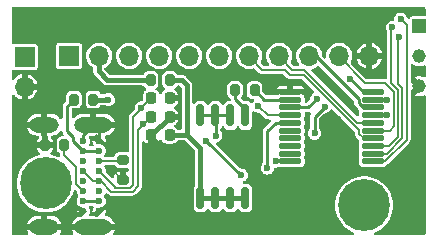
<source format=gbl>
%TF.GenerationSoftware,KiCad,Pcbnew,(6.0.2)*%
%TF.CreationDate,2022-05-02T21:41:20-07:00*%
%TF.ProjectId,hcms_dot_display_bottom,68636d73-5f64-46f7-945f-646973706c61,rev?*%
%TF.SameCoordinates,Original*%
%TF.FileFunction,Copper,L2,Bot*%
%TF.FilePolarity,Positive*%
%FSLAX46Y46*%
G04 Gerber Fmt 4.6, Leading zero omitted, Abs format (unit mm)*
G04 Created by KiCad (PCBNEW (6.0.2)) date 2022-05-02 21:41:20*
%MOMM*%
%LPD*%
G01*
G04 APERTURE LIST*
G04 Aperture macros list*
%AMRoundRect*
0 Rectangle with rounded corners*
0 $1 Rounding radius*
0 $2 $3 $4 $5 $6 $7 $8 $9 X,Y pos of 4 corners*
0 Add a 4 corners polygon primitive as box body*
4,1,4,$2,$3,$4,$5,$6,$7,$8,$9,$2,$3,0*
0 Add four circle primitives for the rounded corners*
1,1,$1+$1,$2,$3*
1,1,$1+$1,$4,$5*
1,1,$1+$1,$6,$7*
1,1,$1+$1,$8,$9*
0 Add four rect primitives between the rounded corners*
20,1,$1+$1,$2,$3,$4,$5,0*
20,1,$1+$1,$4,$5,$6,$7,0*
20,1,$1+$1,$6,$7,$8,$9,0*
20,1,$1+$1,$8,$9,$2,$3,0*%
G04 Aperture macros list end*
%TA.AperFunction,ComponentPad*%
%ADD10R,1.700000X1.700000*%
%TD*%
%TA.AperFunction,ComponentPad*%
%ADD11O,1.700000X1.700000*%
%TD*%
%TA.AperFunction,ComponentPad*%
%ADD12R,1.160000X1.160000*%
%TD*%
%TA.AperFunction,ComponentPad*%
%ADD13C,1.160000*%
%TD*%
%TA.AperFunction,ComponentPad*%
%ADD14C,0.600000*%
%TD*%
%TA.AperFunction,ComponentPad*%
%ADD15O,3.200000X1.300000*%
%TD*%
%TA.AperFunction,ComponentPad*%
%ADD16O,2.500000X1.300000*%
%TD*%
%TA.AperFunction,SMDPad,CuDef*%
%ADD17RoundRect,0.200000X0.200000X0.275000X-0.200000X0.275000X-0.200000X-0.275000X0.200000X-0.275000X0*%
%TD*%
%TA.AperFunction,SMDPad,CuDef*%
%ADD18RoundRect,0.125000X0.825000X0.125000X-0.825000X0.125000X-0.825000X-0.125000X0.825000X-0.125000X0*%
%TD*%
%TA.AperFunction,SMDPad,CuDef*%
%ADD19RoundRect,0.200000X-0.200000X-0.275000X0.200000X-0.275000X0.200000X0.275000X-0.200000X0.275000X0*%
%TD*%
%TA.AperFunction,SMDPad,CuDef*%
%ADD20RoundRect,0.225000X0.225000X0.250000X-0.225000X0.250000X-0.225000X-0.250000X0.225000X-0.250000X0*%
%TD*%
%TA.AperFunction,SMDPad,CuDef*%
%ADD21RoundRect,0.225000X-0.225000X-0.250000X0.225000X-0.250000X0.225000X0.250000X-0.225000X0.250000X0*%
%TD*%
%TA.AperFunction,SMDPad,CuDef*%
%ADD22RoundRect,0.150000X-0.150000X0.800000X-0.150000X-0.800000X0.150000X-0.800000X0.150000X0.800000X0*%
%TD*%
%TA.AperFunction,ComponentPad*%
%ADD23C,0.700000*%
%TD*%
%TA.AperFunction,ComponentPad*%
%ADD24C,4.400000*%
%TD*%
%TA.AperFunction,SMDPad,CuDef*%
%ADD25RoundRect,0.200000X-0.275000X0.200000X-0.275000X-0.200000X0.275000X-0.200000X0.275000X0.200000X0*%
%TD*%
%TA.AperFunction,ViaPad*%
%ADD26C,0.600000*%
%TD*%
%TA.AperFunction,Conductor*%
%ADD27C,0.381000*%
%TD*%
%TA.AperFunction,Conductor*%
%ADD28C,0.200000*%
%TD*%
%TA.AperFunction,Conductor*%
%ADD29C,0.250000*%
%TD*%
%TA.AperFunction,Conductor*%
%ADD30C,0.152400*%
%TD*%
%TA.AperFunction,Conductor*%
%ADD31C,0.254000*%
%TD*%
G04 APERTURE END LIST*
D10*
X164100000Y-114400000D03*
D11*
X164100000Y-116940000D03*
D12*
X197530000Y-111800000D03*
D13*
X197530000Y-114340000D03*
X197530000Y-116880000D03*
D14*
X170415000Y-121495000D03*
X170415000Y-122345000D03*
X170415000Y-123195000D03*
X170415000Y-124045000D03*
X170415000Y-124895000D03*
X170415000Y-125745000D03*
X170415000Y-126595000D03*
X170415000Y-127445000D03*
X169065000Y-127445000D03*
X169065000Y-126595000D03*
X169065000Y-125745000D03*
X169065000Y-124895000D03*
X169065000Y-124045000D03*
X169065000Y-123195000D03*
X169065000Y-122345000D03*
X169065000Y-121495000D03*
D15*
X169915000Y-120150000D03*
D16*
X165765000Y-120150000D03*
X165765000Y-128790000D03*
D15*
X169915000Y-128790000D03*
D10*
X167888000Y-114312000D03*
D11*
X170428000Y-114312000D03*
X172968000Y-114312000D03*
X175508000Y-114312000D03*
X178048000Y-114312000D03*
X180588000Y-114312000D03*
X183128000Y-114312000D03*
X185668000Y-114312000D03*
X188208000Y-114312000D03*
X190748000Y-114312000D03*
X193288000Y-114312000D03*
D17*
X169925000Y-118000000D03*
X168275000Y-118000000D03*
D18*
X193600000Y-117375000D03*
X193600000Y-118025000D03*
X193600000Y-118675000D03*
X193600000Y-119325000D03*
X193600000Y-119975000D03*
X193600000Y-120625000D03*
X193600000Y-121275000D03*
X193600000Y-121925000D03*
X193600000Y-122575000D03*
X193600000Y-123225000D03*
X186600000Y-123225000D03*
X186600000Y-122575000D03*
X186600000Y-121925000D03*
X186600000Y-121275000D03*
X186600000Y-120625000D03*
X186600000Y-119975000D03*
X186600000Y-119325000D03*
X186600000Y-118675000D03*
X186600000Y-118025000D03*
X186600000Y-117375000D03*
D19*
X174775000Y-116350000D03*
X176425000Y-116350000D03*
D20*
X176375000Y-121000000D03*
X174825000Y-121000000D03*
D17*
X167475000Y-121850000D03*
X165825000Y-121850000D03*
D21*
X174825000Y-117900000D03*
X176375000Y-117900000D03*
D17*
X183575000Y-117200000D03*
X181925000Y-117200000D03*
D22*
X178995000Y-119350000D03*
X180265000Y-119350000D03*
X181535000Y-119350000D03*
X182805000Y-119350000D03*
X182805000Y-126350000D03*
X181535000Y-126350000D03*
X180265000Y-126350000D03*
X178995000Y-126350000D03*
D21*
X174825000Y-119450000D03*
X176375000Y-119450000D03*
D23*
X194100000Y-128200000D03*
X191150000Y-126950000D03*
X194100000Y-125700000D03*
X191600000Y-128200000D03*
X192850000Y-125250000D03*
X192850000Y-128650000D03*
D24*
X192850000Y-126950000D03*
D23*
X194550000Y-126950000D03*
X191600000Y-125700000D03*
D25*
X172400000Y-123125000D03*
X172400000Y-124775000D03*
D24*
X165900000Y-125100000D03*
D23*
X167150000Y-126350000D03*
X167150000Y-123850000D03*
X164650000Y-126350000D03*
X164200000Y-125100000D03*
X165900000Y-126800000D03*
X164650000Y-123850000D03*
X167600000Y-125100000D03*
X165900000Y-123400000D03*
D26*
X171550000Y-123900000D03*
X194450000Y-115850000D03*
X177150000Y-123250000D03*
X175434724Y-121791744D03*
X190617182Y-119686433D03*
X189050000Y-115600000D03*
X172350000Y-127100000D03*
X185450000Y-116300000D03*
X182250000Y-122500000D03*
X180300000Y-121050000D03*
X191680000Y-116230000D03*
X188650000Y-120850000D03*
X171200000Y-118000000D03*
X189500000Y-118600000D03*
X174000000Y-118700000D03*
X174150000Y-120100000D03*
X195250000Y-111900000D03*
X188825000Y-117975000D03*
X184650000Y-123800000D03*
X185350000Y-123200000D03*
X195950000Y-111200000D03*
X195800000Y-112700000D03*
X179500000Y-121500000D03*
X182450000Y-124400000D03*
X183900000Y-118550000D03*
X194800000Y-119350000D03*
X194800000Y-118050000D03*
D27*
X171100000Y-116350000D02*
X170365000Y-115615000D01*
X170365000Y-115615000D02*
X170365000Y-114350000D01*
X174775000Y-116350000D02*
X171100000Y-116350000D01*
D28*
X185605000Y-114350000D02*
X186754511Y-115499511D01*
X186754511Y-115499511D02*
X187799511Y-115499511D01*
X192275000Y-119975000D02*
X194150000Y-119975000D01*
X187799511Y-115499511D02*
X192275000Y-119975000D01*
D29*
X188145000Y-114350000D02*
X188750000Y-114350000D01*
X192398480Y-118305959D02*
X192767521Y-118675000D01*
X188750000Y-114350000D02*
X192398480Y-117998480D01*
X192767521Y-118675000D02*
X194150000Y-118675000D01*
X192398480Y-117998480D02*
X192398480Y-118305959D01*
D30*
X171550000Y-124000000D02*
X171550000Y-123900000D01*
D27*
X174825000Y-121000000D02*
X174825000Y-121182020D01*
D29*
X170415000Y-121495000D02*
X170415000Y-120650000D01*
D30*
X172325000Y-124775000D02*
X171550000Y-124000000D01*
D29*
X169065000Y-121495000D02*
X169065000Y-121000000D01*
D27*
X176375000Y-119450000D02*
X174825000Y-121000000D01*
D30*
X172400000Y-124775000D02*
X172325000Y-124775000D01*
D27*
X174825000Y-121182020D02*
X175434724Y-121791744D01*
D29*
X169065000Y-121000000D02*
X169915000Y-120150000D01*
X170415000Y-120650000D02*
X169915000Y-120150000D01*
D31*
X182805000Y-118805000D02*
X181925000Y-117925000D01*
X182805000Y-119350000D02*
X182805000Y-118805000D01*
X181925000Y-117925000D02*
X181925000Y-117200000D01*
X180265000Y-119350000D02*
X178995000Y-119350000D01*
D29*
X192825000Y-117375000D02*
X194150000Y-117375000D01*
X189500000Y-118600000D02*
X188650000Y-119450000D01*
X188650000Y-119450000D02*
X188650000Y-120850000D01*
X191680000Y-116230000D02*
X192825000Y-117375000D01*
D31*
X180300000Y-121000000D02*
X180300000Y-119385000D01*
X180300000Y-119385000D02*
X180265000Y-119350000D01*
X180265000Y-119350000D02*
X181535000Y-119350000D01*
D27*
X169925000Y-118000000D02*
X171150000Y-118000000D01*
D30*
X172400000Y-123125000D02*
X172330000Y-123195000D01*
X172330000Y-123195000D02*
X170415000Y-123195000D01*
X173049280Y-125450720D02*
X173250000Y-125250000D01*
D28*
X170415000Y-124045000D02*
X170415000Y-124047162D01*
D30*
X170415001Y-124047174D02*
X171800012Y-125432185D01*
X173250000Y-119475000D02*
X174825000Y-117900000D01*
X173250000Y-125250000D02*
X173250000Y-119475000D01*
X171800000Y-125432173D02*
X171800000Y-125450000D01*
X171800723Y-125450727D02*
X173049286Y-125450727D01*
X170545000Y-124895000D02*
X170415000Y-124895000D01*
X173247360Y-125802640D02*
X171452640Y-125802640D01*
X173700000Y-120600000D02*
X173700000Y-125350000D01*
X169915000Y-124895000D02*
X169055002Y-124035002D01*
X169915000Y-124895000D02*
X170415000Y-124895000D01*
X174825000Y-119475000D02*
X173700000Y-120600000D01*
X171452640Y-125802640D02*
X170545000Y-124895000D01*
X174825000Y-119450000D02*
X174825000Y-119475000D01*
X173700000Y-125350000D02*
X173247360Y-125802640D01*
X168489289Y-123739289D02*
X168489289Y-125133468D01*
X167475000Y-121850000D02*
X167475000Y-122725000D01*
X168975810Y-125619989D02*
X169055002Y-125619989D01*
X168489289Y-125133468D02*
X168975810Y-125619989D01*
X167475000Y-122725000D02*
X168489289Y-123739289D01*
X194925000Y-121925000D02*
X193900000Y-121925000D01*
X195701920Y-121148080D02*
X194925000Y-121925000D01*
X195250000Y-111900000D02*
X195150000Y-112000000D01*
X195150000Y-116602310D02*
X195701920Y-117154230D01*
X195701920Y-117154230D02*
X195701920Y-121148080D01*
X195150000Y-112000000D02*
X195150000Y-116602310D01*
D28*
X192802876Y-121275000D02*
X194150000Y-121275000D01*
X186600000Y-115950000D02*
X187788230Y-115950000D01*
X186149511Y-115499511D02*
X186600000Y-115950000D01*
X192423480Y-120895604D02*
X192802876Y-121275000D01*
X187788230Y-115950000D02*
X192423480Y-120585250D01*
X192423480Y-120585250D02*
X192423480Y-120895604D01*
X183065000Y-114350000D02*
X184214511Y-115499511D01*
X184214511Y-115499511D02*
X186149511Y-115499511D01*
D29*
X188825000Y-117975000D02*
X188125000Y-118675000D01*
X188125000Y-118675000D02*
X187150000Y-118675000D01*
D30*
X190684988Y-114350013D02*
X192934975Y-116600000D01*
X195423000Y-117373000D02*
X195423000Y-120227000D01*
X195423000Y-120227000D02*
X195024994Y-120625006D01*
X194650000Y-116600000D02*
X195423000Y-117373000D01*
X192934975Y-116600000D02*
X194650000Y-116600000D01*
X195024994Y-120625006D02*
X194150005Y-120625006D01*
D29*
X185375000Y-119975000D02*
X187150000Y-119975000D01*
X184650000Y-120700000D02*
X185375000Y-119975000D01*
X184650000Y-123800000D02*
X184650000Y-120700000D01*
D28*
X185350000Y-123200000D02*
X186575000Y-123200000D01*
X186575000Y-123200000D02*
X186600000Y-123225000D01*
D30*
X194620380Y-123225000D02*
X193600000Y-123225000D01*
X196450000Y-121395380D02*
X194620380Y-123225000D01*
X196450000Y-111700000D02*
X196450000Y-121395380D01*
X195950000Y-111200000D02*
X196450000Y-111700000D01*
X195800000Y-112700000D02*
X195700000Y-112800000D01*
X194772690Y-122575000D02*
X193900000Y-122575000D01*
X195700000Y-115000000D02*
X195700000Y-116654620D01*
X195700000Y-112800000D02*
X195700000Y-115000000D01*
X195700000Y-116654620D02*
X196053840Y-117008460D01*
X196053840Y-117008460D02*
X196053840Y-121293850D01*
X196053840Y-121293850D02*
X194772690Y-122575000D01*
D31*
X179500000Y-121500000D02*
X182400000Y-124400000D01*
X182400000Y-124400000D02*
X182450000Y-124400000D01*
X168200000Y-121516021D02*
X168200000Y-121200000D01*
X169033979Y-122350000D02*
X168200000Y-121516021D01*
X170274991Y-122350000D02*
X169033979Y-122350000D01*
X170274991Y-126600000D02*
X169185013Y-126600000D01*
X167700000Y-118575000D02*
X168275000Y-118000000D01*
X167700000Y-120700000D02*
X167700000Y-118575000D01*
X168200000Y-121200000D02*
X167700000Y-120700000D01*
X170405002Y-126469989D02*
X170274991Y-126600000D01*
D29*
X187150000Y-118025000D02*
X184400000Y-118025000D01*
X184400000Y-118025000D02*
X183575000Y-117200000D01*
D27*
X177850000Y-121000000D02*
X177850000Y-116800000D01*
X178995000Y-126350000D02*
X178995000Y-122145000D01*
X177850000Y-121000000D02*
X176375000Y-121000000D01*
X180265000Y-126350000D02*
X178995000Y-126350000D01*
X178995000Y-122145000D02*
X177850000Y-121000000D01*
X177400000Y-116350000D02*
X176425000Y-116350000D01*
X182805000Y-126350000D02*
X181535000Y-126350000D01*
X181535000Y-126350000D02*
X180265000Y-126350000D01*
X177850000Y-116800000D02*
X177400000Y-116350000D01*
D28*
X184675000Y-119325000D02*
X186600000Y-119325000D01*
X183900000Y-118550000D02*
X184675000Y-119325000D01*
X194775000Y-119325000D02*
X193900000Y-119325000D01*
X194800000Y-119350000D02*
X194775000Y-119325000D01*
X194800000Y-118050000D02*
X194775000Y-118025000D01*
X194775000Y-118025000D02*
X193900000Y-118025000D01*
%TA.AperFunction,Conductor*%
G36*
X197998121Y-110194002D02*
G01*
X198044614Y-110247658D01*
X198056000Y-110300000D01*
X198056000Y-110839500D01*
X198035998Y-110907621D01*
X197982342Y-110954114D01*
X197930000Y-110965500D01*
X196977890Y-110965501D01*
X196924934Y-110965501D01*
X196889182Y-110972612D01*
X196862874Y-110977844D01*
X196862872Y-110977845D01*
X196850699Y-110980266D01*
X196840379Y-110987161D01*
X196840378Y-110987162D01*
X196779985Y-111027516D01*
X196766516Y-111036516D01*
X196759623Y-111046832D01*
X196719429Y-111106986D01*
X196664952Y-111152514D01*
X196594509Y-111161361D01*
X196530465Y-111130720D01*
X196492957Y-111069595D01*
X196491306Y-111063432D01*
X196490228Y-111055246D01*
X196482470Y-111036516D01*
X196437515Y-110927986D01*
X196437514Y-110927984D01*
X196434355Y-110920358D01*
X196389915Y-110862442D01*
X196350501Y-110811077D01*
X196350500Y-110811076D01*
X196345474Y-110804526D01*
X196338924Y-110799500D01*
X196338921Y-110799497D01*
X196236196Y-110720673D01*
X196236194Y-110720672D01*
X196229643Y-110715645D01*
X196094754Y-110659772D01*
X195950000Y-110640715D01*
X195941812Y-110641793D01*
X195813432Y-110658694D01*
X195813430Y-110658695D01*
X195805246Y-110659772D01*
X195757430Y-110679578D01*
X195677986Y-110712485D01*
X195677984Y-110712486D01*
X195670358Y-110715645D01*
X195554526Y-110804526D01*
X195465645Y-110920358D01*
X195462486Y-110927984D01*
X195462485Y-110927986D01*
X195441833Y-110977844D01*
X195409772Y-111055246D01*
X195390715Y-111200000D01*
X195391793Y-111208188D01*
X195391793Y-111215793D01*
X195371791Y-111283914D01*
X195318135Y-111330407D01*
X195265793Y-111341793D01*
X195258188Y-111341793D01*
X195250000Y-111340715D01*
X195241812Y-111341793D01*
X195113432Y-111358694D01*
X195113430Y-111358695D01*
X195105246Y-111359772D01*
X195097619Y-111362931D01*
X195097620Y-111362931D01*
X194977986Y-111412485D01*
X194977984Y-111412486D01*
X194970358Y-111415645D01*
X194854526Y-111504526D01*
X194765645Y-111620358D01*
X194709772Y-111755246D01*
X194708695Y-111763430D01*
X194708694Y-111763432D01*
X194695665Y-111862397D01*
X194690715Y-111900000D01*
X194709772Y-112044754D01*
X194712931Y-112052380D01*
X194760913Y-112168217D01*
X194765645Y-112179642D01*
X194770672Y-112186193D01*
X194770674Y-112186197D01*
X194793263Y-112215636D01*
X194818863Y-112281856D01*
X194819300Y-112292339D01*
X194819300Y-116142144D01*
X194799298Y-116210265D01*
X194745642Y-116256758D01*
X194685431Y-116267128D01*
X194679267Y-116265476D01*
X194668291Y-116266436D01*
X194668289Y-116266436D01*
X194641032Y-116268821D01*
X194630051Y-116269300D01*
X193124145Y-116269300D01*
X193056024Y-116249298D01*
X193035050Y-116232395D01*
X191758591Y-114955936D01*
X191724565Y-114893624D01*
X191729630Y-114822809D01*
X191737751Y-114805275D01*
X191740024Y-114801216D01*
X191761334Y-114763165D01*
X191763190Y-114757698D01*
X191763192Y-114757693D01*
X191823863Y-114578962D01*
X192216671Y-114578962D01*
X192241443Y-114676502D01*
X192245284Y-114687348D01*
X192325394Y-114861120D01*
X192331145Y-114871081D01*
X192441579Y-115027343D01*
X192449057Y-115036098D01*
X192586114Y-115169612D01*
X192595058Y-115176855D01*
X192754156Y-115283161D01*
X192764266Y-115288651D01*
X192940077Y-115364185D01*
X192951020Y-115367740D01*
X193016332Y-115382519D01*
X193030405Y-115381630D01*
X193033828Y-115372681D01*
X193542000Y-115372681D01*
X193545966Y-115386187D01*
X193554672Y-115387433D01*
X193733497Y-115326730D01*
X193743994Y-115322056D01*
X193910958Y-115228552D01*
X193920430Y-115222042D01*
X194067553Y-115099682D01*
X194075682Y-115091553D01*
X194198042Y-114944430D01*
X194204552Y-114934958D01*
X194298056Y-114767994D01*
X194302730Y-114757497D01*
X194363443Y-114578644D01*
X194362210Y-114569993D01*
X194348642Y-114566000D01*
X193560115Y-114566000D01*
X193544876Y-114570475D01*
X193543671Y-114571865D01*
X193542000Y-114579548D01*
X193542000Y-115372681D01*
X193033828Y-115372681D01*
X193034000Y-115372232D01*
X193034000Y-114584115D01*
X193029525Y-114568876D01*
X193028135Y-114567671D01*
X193020452Y-114566000D01*
X192231494Y-114566000D01*
X192217963Y-114569973D01*
X192216671Y-114578962D01*
X191823863Y-114578962D01*
X191824728Y-114576414D01*
X191824729Y-114576409D01*
X191826584Y-114570945D01*
X191827412Y-114565236D01*
X191827413Y-114565231D01*
X191851686Y-114397821D01*
X191855712Y-114370053D01*
X191857232Y-114312000D01*
X191838658Y-114109859D01*
X191837090Y-114104299D01*
X191823129Y-114054799D01*
X192215943Y-114054799D01*
X192222675Y-114058000D01*
X193015885Y-114058000D01*
X193031124Y-114053525D01*
X193032329Y-114052135D01*
X193034000Y-114044452D01*
X193034000Y-114039885D01*
X193542000Y-114039885D01*
X193546475Y-114055124D01*
X193547865Y-114056329D01*
X193555548Y-114058000D01*
X194345398Y-114058000D01*
X194358929Y-114054027D01*
X194360098Y-114045892D01*
X194324658Y-113920231D01*
X194320533Y-113909484D01*
X194235903Y-113737871D01*
X194229893Y-113728063D01*
X194115400Y-113574739D01*
X194107710Y-113566199D01*
X193967192Y-113436304D01*
X193958067Y-113429303D01*
X193796236Y-113327195D01*
X193785989Y-113321974D01*
X193608260Y-113251068D01*
X193597232Y-113247801D01*
X193559769Y-113240350D01*
X193546894Y-113241502D01*
X193542000Y-113256658D01*
X193542000Y-114039885D01*
X193034000Y-114039885D01*
X193034000Y-113253500D01*
X193030194Y-113240538D01*
X193015279Y-113238602D01*
X193006732Y-113240071D01*
X192995620Y-113243048D01*
X192816095Y-113309279D01*
X192805717Y-113314229D01*
X192641273Y-113412063D01*
X192631961Y-113418829D01*
X192488097Y-113544994D01*
X192480180Y-113553337D01*
X192361718Y-113703605D01*
X192355450Y-113713256D01*
X192266358Y-113882592D01*
X192261953Y-113893227D01*
X192216162Y-114040698D01*
X192215943Y-114054799D01*
X191823129Y-114054799D01*
X191785125Y-113920046D01*
X191785124Y-113920044D01*
X191783557Y-113914487D01*
X191772978Y-113893033D01*
X191696331Y-113737609D01*
X191693776Y-113732428D01*
X191675197Y-113707547D01*
X191588473Y-113591411D01*
X191572320Y-113569779D01*
X191423258Y-113431987D01*
X191418375Y-113428906D01*
X191418371Y-113428903D01*
X191272728Y-113337010D01*
X191251581Y-113323667D01*
X191063039Y-113248446D01*
X191057379Y-113247320D01*
X191057375Y-113247319D01*
X190869613Y-113209971D01*
X190869610Y-113209971D01*
X190863946Y-113208844D01*
X190858171Y-113208768D01*
X190858167Y-113208768D01*
X190756793Y-113207441D01*
X190660971Y-113206187D01*
X190655274Y-113207166D01*
X190655273Y-113207166D01*
X190567397Y-113222266D01*
X190460910Y-113240564D01*
X190270463Y-113310824D01*
X190096010Y-113414612D01*
X190091670Y-113418418D01*
X190091666Y-113418421D01*
X189952350Y-113540599D01*
X189943392Y-113548455D01*
X189817720Y-113707869D01*
X189815031Y-113712980D01*
X189815029Y-113712983D01*
X189802073Y-113737609D01*
X189723203Y-113887515D01*
X189663007Y-114081378D01*
X189639148Y-114282964D01*
X189639526Y-114288730D01*
X189646676Y-114397821D01*
X189631172Y-114467104D01*
X189580672Y-114517007D01*
X189511210Y-114531685D01*
X189444838Y-114506479D01*
X189431851Y-114495157D01*
X189353762Y-114417068D01*
X189319736Y-114354756D01*
X189316900Y-114324674D01*
X189317135Y-114315703D01*
X189317232Y-114312000D01*
X189298658Y-114109859D01*
X189297090Y-114104299D01*
X189245125Y-113920046D01*
X189245124Y-113920044D01*
X189243557Y-113914487D01*
X189232978Y-113893033D01*
X189156331Y-113737609D01*
X189153776Y-113732428D01*
X189135197Y-113707547D01*
X189048473Y-113591411D01*
X189032320Y-113569779D01*
X188883258Y-113431987D01*
X188878375Y-113428906D01*
X188878371Y-113428903D01*
X188732728Y-113337010D01*
X188711581Y-113323667D01*
X188523039Y-113248446D01*
X188517379Y-113247320D01*
X188517375Y-113247319D01*
X188329613Y-113209971D01*
X188329610Y-113209971D01*
X188323946Y-113208844D01*
X188318171Y-113208768D01*
X188318167Y-113208768D01*
X188216793Y-113207441D01*
X188120971Y-113206187D01*
X188115274Y-113207166D01*
X188115273Y-113207166D01*
X188027397Y-113222266D01*
X187920910Y-113240564D01*
X187730463Y-113310824D01*
X187556010Y-113414612D01*
X187551670Y-113418418D01*
X187551666Y-113418421D01*
X187412350Y-113540599D01*
X187403392Y-113548455D01*
X187277720Y-113707869D01*
X187275031Y-113712980D01*
X187275029Y-113712983D01*
X187262073Y-113737609D01*
X187183203Y-113887515D01*
X187123007Y-114081378D01*
X187099148Y-114282964D01*
X187112424Y-114485522D01*
X187113845Y-114491118D01*
X187113846Y-114491123D01*
X187160927Y-114676502D01*
X187162392Y-114682269D01*
X187164809Y-114687512D01*
X187201912Y-114767994D01*
X187247377Y-114866616D01*
X187250707Y-114871328D01*
X187250710Y-114871333D01*
X187303685Y-114946291D01*
X187326666Y-115013466D01*
X187309681Y-115082401D01*
X187258124Y-115131210D01*
X187200788Y-115145011D01*
X186953541Y-115145011D01*
X186885420Y-115125009D01*
X186864446Y-115108106D01*
X186690683Y-114934343D01*
X186656657Y-114872031D01*
X186661722Y-114801216D01*
X186669839Y-114783691D01*
X186681334Y-114763165D01*
X186683190Y-114757698D01*
X186683192Y-114757693D01*
X186744728Y-114576414D01*
X186744729Y-114576409D01*
X186746584Y-114570945D01*
X186747412Y-114565236D01*
X186747413Y-114565231D01*
X186771686Y-114397821D01*
X186775712Y-114370053D01*
X186777232Y-114312000D01*
X186758658Y-114109859D01*
X186757090Y-114104299D01*
X186705125Y-113920046D01*
X186705124Y-113920044D01*
X186703557Y-113914487D01*
X186692978Y-113893033D01*
X186616331Y-113737609D01*
X186613776Y-113732428D01*
X186595197Y-113707547D01*
X186508473Y-113591411D01*
X186492320Y-113569779D01*
X186343258Y-113431987D01*
X186338375Y-113428906D01*
X186338371Y-113428903D01*
X186192728Y-113337010D01*
X186171581Y-113323667D01*
X185983039Y-113248446D01*
X185977379Y-113247320D01*
X185977375Y-113247319D01*
X185789613Y-113209971D01*
X185789610Y-113209971D01*
X185783946Y-113208844D01*
X185778171Y-113208768D01*
X185778167Y-113208768D01*
X185676793Y-113207441D01*
X185580971Y-113206187D01*
X185575274Y-113207166D01*
X185575273Y-113207166D01*
X185487397Y-113222266D01*
X185380910Y-113240564D01*
X185190463Y-113310824D01*
X185016010Y-113414612D01*
X185011670Y-113418418D01*
X185011666Y-113418421D01*
X184872350Y-113540599D01*
X184863392Y-113548455D01*
X184737720Y-113707869D01*
X184735031Y-113712980D01*
X184735029Y-113712983D01*
X184722073Y-113737609D01*
X184643203Y-113887515D01*
X184583007Y-114081378D01*
X184559148Y-114282964D01*
X184572424Y-114485522D01*
X184573845Y-114491118D01*
X184573846Y-114491123D01*
X184620927Y-114676502D01*
X184622392Y-114682269D01*
X184624809Y-114687512D01*
X184661912Y-114767994D01*
X184707377Y-114866616D01*
X184710707Y-114871328D01*
X184710710Y-114871333D01*
X184763685Y-114946291D01*
X184786666Y-115013466D01*
X184769681Y-115082401D01*
X184718124Y-115131210D01*
X184660788Y-115145011D01*
X184413541Y-115145011D01*
X184345420Y-115125009D01*
X184324446Y-115108106D01*
X184150683Y-114934343D01*
X184116657Y-114872031D01*
X184121722Y-114801216D01*
X184129839Y-114783691D01*
X184141334Y-114763165D01*
X184143190Y-114757698D01*
X184143192Y-114757693D01*
X184204728Y-114576414D01*
X184204729Y-114576409D01*
X184206584Y-114570945D01*
X184207412Y-114565236D01*
X184207413Y-114565231D01*
X184231686Y-114397821D01*
X184235712Y-114370053D01*
X184237232Y-114312000D01*
X184218658Y-114109859D01*
X184217090Y-114104299D01*
X184165125Y-113920046D01*
X184165124Y-113920044D01*
X184163557Y-113914487D01*
X184152978Y-113893033D01*
X184076331Y-113737609D01*
X184073776Y-113732428D01*
X184055197Y-113707547D01*
X183968473Y-113591411D01*
X183952320Y-113569779D01*
X183803258Y-113431987D01*
X183798375Y-113428906D01*
X183798371Y-113428903D01*
X183652728Y-113337010D01*
X183631581Y-113323667D01*
X183443039Y-113248446D01*
X183437379Y-113247320D01*
X183437375Y-113247319D01*
X183249613Y-113209971D01*
X183249610Y-113209971D01*
X183243946Y-113208844D01*
X183238171Y-113208768D01*
X183238167Y-113208768D01*
X183136793Y-113207441D01*
X183040971Y-113206187D01*
X183035274Y-113207166D01*
X183035273Y-113207166D01*
X182947397Y-113222266D01*
X182840910Y-113240564D01*
X182650463Y-113310824D01*
X182476010Y-113414612D01*
X182471670Y-113418418D01*
X182471666Y-113418421D01*
X182332350Y-113540599D01*
X182323392Y-113548455D01*
X182197720Y-113707869D01*
X182195031Y-113712980D01*
X182195029Y-113712983D01*
X182182073Y-113737609D01*
X182103203Y-113887515D01*
X182043007Y-114081378D01*
X182019148Y-114282964D01*
X182032424Y-114485522D01*
X182033845Y-114491118D01*
X182033846Y-114491123D01*
X182080927Y-114676502D01*
X182082392Y-114682269D01*
X182084809Y-114687512D01*
X182121912Y-114767994D01*
X182167377Y-114866616D01*
X182170710Y-114871332D01*
X182271160Y-115013466D01*
X182284533Y-115032389D01*
X182288675Y-115036424D01*
X182353612Y-115099682D01*
X182429938Y-115174035D01*
X182598720Y-115286812D01*
X182604023Y-115289090D01*
X182604026Y-115289092D01*
X182770697Y-115360699D01*
X182785228Y-115366942D01*
X182850140Y-115381630D01*
X182977579Y-115410467D01*
X182977584Y-115410468D01*
X182983216Y-115411742D01*
X182988987Y-115411969D01*
X182988989Y-115411969D01*
X183048756Y-115414317D01*
X183186053Y-115419712D01*
X183293348Y-115404155D01*
X183381231Y-115391413D01*
X183381236Y-115391412D01*
X183386945Y-115390584D01*
X183392422Y-115388725D01*
X183413323Y-115381630D01*
X183474984Y-115360699D01*
X183545918Y-115357743D01*
X183604579Y-115390917D01*
X183927593Y-115713931D01*
X183940098Y-115729413D01*
X183943034Y-115732640D01*
X183948686Y-115741393D01*
X183972949Y-115760520D01*
X183976944Y-115764070D01*
X183977028Y-115763971D01*
X183980991Y-115767329D01*
X183984667Y-115771005D01*
X183988896Y-115774028D01*
X183988897Y-115774028D01*
X183999163Y-115781365D01*
X184003906Y-115784926D01*
X184033186Y-115808008D01*
X184033190Y-115808010D01*
X184041368Y-115814457D01*
X184049436Y-115817290D01*
X184056396Y-115822264D01*
X184066374Y-115825248D01*
X184102097Y-115835931D01*
X184107746Y-115837767D01*
X184152719Y-115853561D01*
X184157915Y-115854011D01*
X184160620Y-115854011D01*
X184162876Y-115854108D01*
X184163352Y-115854251D01*
X184163350Y-115854297D01*
X184163549Y-115854310D01*
X184169466Y-115856079D01*
X184219635Y-115854108D01*
X184224581Y-115854011D01*
X185950482Y-115854011D01*
X186018603Y-115874013D01*
X186039577Y-115890916D01*
X186313084Y-116164423D01*
X186325592Y-116179909D01*
X186328526Y-116183134D01*
X186334175Y-116191882D01*
X186342352Y-116198328D01*
X186358430Y-116211003D01*
X186362431Y-116214559D01*
X186362516Y-116214459D01*
X186366473Y-116217812D01*
X186370156Y-116221495D01*
X186374391Y-116224521D01*
X186374393Y-116224523D01*
X186384669Y-116231866D01*
X186389417Y-116235431D01*
X186418677Y-116258498D01*
X186418679Y-116258499D01*
X186426857Y-116264946D01*
X186434927Y-116267780D01*
X186441886Y-116272753D01*
X186451864Y-116275737D01*
X186451866Y-116275738D01*
X186487576Y-116286417D01*
X186493220Y-116288251D01*
X186538208Y-116304050D01*
X186543404Y-116304500D01*
X186546111Y-116304500D01*
X186548365Y-116304597D01*
X186548841Y-116304740D01*
X186548839Y-116304786D01*
X186549038Y-116304799D01*
X186554955Y-116306568D01*
X186605124Y-116304597D01*
X186610070Y-116304500D01*
X187589201Y-116304500D01*
X187657322Y-116324502D01*
X187678296Y-116341405D01*
X188611547Y-117274656D01*
X188645573Y-117336968D01*
X188640508Y-117407783D01*
X188597961Y-117464619D01*
X188570670Y-117480160D01*
X188552989Y-117487484D01*
X188545358Y-117490645D01*
X188429526Y-117579526D01*
X188340645Y-117695358D01*
X188337486Y-117702984D01*
X188337485Y-117702986D01*
X188307117Y-117776301D01*
X188284772Y-117830246D01*
X188283695Y-117838430D01*
X188283694Y-117838432D01*
X188282166Y-117850042D01*
X188268125Y-117956700D01*
X188267873Y-117958611D01*
X188239151Y-118023538D01*
X188232046Y-118031260D01*
X188019595Y-118243711D01*
X187957283Y-118277737D01*
X187886468Y-118272672D01*
X187829632Y-118230125D01*
X187804821Y-118163605D01*
X187804500Y-118154616D01*
X187804500Y-117864032D01*
X187795899Y-117805605D01*
X187794946Y-117799130D01*
X187794945Y-117799128D01*
X187793519Y-117789439D01*
X187776569Y-117754916D01*
X187764501Y-117684953D01*
X187776471Y-117644053D01*
X187777828Y-117641277D01*
X187780201Y-117627374D01*
X187776944Y-117625158D01*
X187775940Y-117625000D01*
X187738846Y-117625000D01*
X187670725Y-117604998D01*
X187664444Y-117599940D01*
X187664274Y-117600178D01*
X187655797Y-117594132D01*
X187648424Y-117586771D01*
X187633603Y-117579526D01*
X187595962Y-117561127D01*
X187534918Y-117531288D01*
X187525239Y-117529876D01*
X187465495Y-117521160D01*
X187465489Y-117521160D01*
X187460968Y-117520500D01*
X185739032Y-117520500D01*
X185707255Y-117525178D01*
X185674130Y-117530054D01*
X185674128Y-117530055D01*
X185664439Y-117531481D01*
X185616536Y-117555000D01*
X185560378Y-117582572D01*
X185560376Y-117582573D01*
X185551030Y-117587162D01*
X185543673Y-117594532D01*
X185535204Y-117600595D01*
X185532951Y-117597448D01*
X185487857Y-117622105D01*
X185461002Y-117625000D01*
X185432240Y-117625000D01*
X185382072Y-117639731D01*
X185381004Y-117640416D01*
X185345572Y-117645500D01*
X184609384Y-117645500D01*
X184541263Y-117625498D01*
X184520289Y-117608595D01*
X184266405Y-117354711D01*
X184232379Y-117292399D01*
X184229500Y-117265616D01*
X184229500Y-117122626D01*
X185419799Y-117122626D01*
X185423056Y-117124842D01*
X185424060Y-117125000D01*
X186331885Y-117125000D01*
X186347124Y-117120525D01*
X186348329Y-117119135D01*
X186350000Y-117111452D01*
X186350000Y-117106885D01*
X186850000Y-117106885D01*
X186854475Y-117122124D01*
X186855865Y-117123329D01*
X186863548Y-117125000D01*
X187767760Y-117125000D01*
X187781291Y-117121027D01*
X187781843Y-117117186D01*
X187781511Y-117116112D01*
X187742017Y-117035672D01*
X187730057Y-117018967D01*
X187655501Y-116944541D01*
X187638773Y-116932609D01*
X187543561Y-116886069D01*
X187525094Y-116880361D01*
X187465453Y-116871660D01*
X187456353Y-116871000D01*
X186868115Y-116871000D01*
X186852876Y-116875475D01*
X186851671Y-116876865D01*
X186850000Y-116884548D01*
X186850000Y-117106885D01*
X186350000Y-117106885D01*
X186350000Y-116889115D01*
X186345525Y-116873876D01*
X186344135Y-116872671D01*
X186336452Y-116871000D01*
X185743680Y-116871000D01*
X185734519Y-116871670D01*
X185674269Y-116880539D01*
X185655795Y-116886280D01*
X185560672Y-116932983D01*
X185543967Y-116944943D01*
X185469541Y-117019499D01*
X185457609Y-117036227D01*
X185422172Y-117108724D01*
X185419799Y-117122626D01*
X184229500Y-117122626D01*
X184229499Y-116873654D01*
X184229499Y-116870686D01*
X184227849Y-116853217D01*
X184227216Y-116846522D01*
X184227215Y-116846518D01*
X184226493Y-116838873D01*
X184181209Y-116709924D01*
X184100010Y-116599990D01*
X183990076Y-116518791D01*
X183861127Y-116473507D01*
X183853485Y-116472785D01*
X183853482Y-116472784D01*
X183838579Y-116471376D01*
X183829315Y-116470500D01*
X183575172Y-116470500D01*
X183320686Y-116470501D01*
X183317738Y-116470780D01*
X183317729Y-116470780D01*
X183296522Y-116472784D01*
X183296520Y-116472784D01*
X183288873Y-116473507D01*
X183159924Y-116518791D01*
X183049990Y-116599990D01*
X182968791Y-116709924D01*
X182923507Y-116838873D01*
X182920500Y-116870685D01*
X182920501Y-117529314D01*
X182920780Y-117532262D01*
X182920780Y-117532271D01*
X182922075Y-117545976D01*
X182923507Y-117561127D01*
X182968791Y-117690076D01*
X183049990Y-117800010D01*
X183159924Y-117881209D01*
X183288873Y-117926493D01*
X183296515Y-117927215D01*
X183296518Y-117927216D01*
X183311421Y-117928624D01*
X183320685Y-117929500D01*
X183426885Y-117929500D01*
X183495006Y-117949502D01*
X183541499Y-118003158D01*
X183551603Y-118073432D01*
X183522109Y-118138012D01*
X183515980Y-118144595D01*
X183511072Y-118149503D01*
X183504526Y-118154526D01*
X183499503Y-118161072D01*
X183499499Y-118161076D01*
X183430063Y-118251566D01*
X183372725Y-118293433D01*
X183301854Y-118297655D01*
X183241006Y-118263957D01*
X183195723Y-118218674D01*
X183081555Y-118160502D01*
X182986834Y-118145500D01*
X182737213Y-118145500D01*
X182669092Y-118125498D01*
X182648117Y-118108595D01*
X182479778Y-117940255D01*
X182445753Y-117877943D01*
X182450818Y-117807127D01*
X182467523Y-117776301D01*
X182525611Y-117697655D01*
X182525613Y-117697652D01*
X182531209Y-117690076D01*
X182576493Y-117561127D01*
X182579500Y-117529315D01*
X182579499Y-116870686D01*
X182577849Y-116853217D01*
X182577216Y-116846522D01*
X182577215Y-116846518D01*
X182576493Y-116838873D01*
X182531209Y-116709924D01*
X182450010Y-116599990D01*
X182340076Y-116518791D01*
X182211127Y-116473507D01*
X182203485Y-116472785D01*
X182203482Y-116472784D01*
X182188579Y-116471376D01*
X182179315Y-116470500D01*
X181925172Y-116470500D01*
X181670686Y-116470501D01*
X181667738Y-116470780D01*
X181667729Y-116470780D01*
X181646522Y-116472784D01*
X181646520Y-116472784D01*
X181638873Y-116473507D01*
X181509924Y-116518791D01*
X181399990Y-116599990D01*
X181318791Y-116709924D01*
X181273507Y-116838873D01*
X181270500Y-116870685D01*
X181270501Y-117529314D01*
X181270780Y-117532262D01*
X181270780Y-117532271D01*
X181272075Y-117545976D01*
X181273507Y-117561127D01*
X181318791Y-117690076D01*
X181399990Y-117800010D01*
X181407561Y-117805602D01*
X181407564Y-117805605D01*
X181493494Y-117869074D01*
X181536405Y-117925635D01*
X181543448Y-117956700D01*
X181543500Y-117956691D01*
X181543500Y-117956692D01*
X181544352Y-117961810D01*
X181544352Y-117961812D01*
X181546686Y-117975832D01*
X181547521Y-117981698D01*
X181550243Y-118004692D01*
X181538386Y-118074689D01*
X181490568Y-118127167D01*
X181425116Y-118145500D01*
X181353166Y-118145500D01*
X181258445Y-118160502D01*
X181144277Y-118218674D01*
X181053674Y-118309277D01*
X181027255Y-118361127D01*
X181012267Y-118390542D01*
X180963518Y-118442157D01*
X180894603Y-118459223D01*
X180827402Y-118436322D01*
X180787733Y-118390542D01*
X180772745Y-118361127D01*
X180746326Y-118309277D01*
X180655723Y-118218674D01*
X180541555Y-118160502D01*
X180446834Y-118145500D01*
X180083166Y-118145500D01*
X179988445Y-118160502D01*
X179874277Y-118218674D01*
X179783674Y-118309277D01*
X179757255Y-118361127D01*
X179742267Y-118390542D01*
X179693518Y-118442157D01*
X179624603Y-118459223D01*
X179557402Y-118436322D01*
X179517733Y-118390542D01*
X179502745Y-118361127D01*
X179476326Y-118309277D01*
X179385723Y-118218674D01*
X179271555Y-118160502D01*
X179176834Y-118145500D01*
X178813166Y-118145500D01*
X178718445Y-118160502D01*
X178604277Y-118218674D01*
X178513674Y-118309277D01*
X178512000Y-118307603D01*
X178466713Y-118342523D01*
X178395977Y-118348598D01*
X178333185Y-118315466D01*
X178298274Y-118253646D01*
X178295000Y-118225108D01*
X178295000Y-116833887D01*
X178295873Y-116819077D01*
X178298697Y-116795217D01*
X178299804Y-116785864D01*
X178294041Y-116754307D01*
X178289396Y-116728874D01*
X178288746Y-116724970D01*
X178281532Y-116676985D01*
X178281532Y-116676984D01*
X178280132Y-116667674D01*
X178277044Y-116661244D01*
X178275763Y-116654228D01*
X178249053Y-116602809D01*
X178247290Y-116599280D01*
X178226286Y-116555540D01*
X178226285Y-116555539D01*
X178222208Y-116547048D01*
X178217366Y-116541810D01*
X178214079Y-116535482D01*
X178209816Y-116530491D01*
X178173037Y-116493712D01*
X178169608Y-116490146D01*
X178137770Y-116455704D01*
X178131375Y-116448786D01*
X178125081Y-116445130D01*
X178119078Y-116439753D01*
X177738627Y-116059302D01*
X177728772Y-116048213D01*
X177713895Y-116029342D01*
X177708064Y-116021945D01*
X177700317Y-116016590D01*
X177700315Y-116016589D01*
X177671274Y-115996518D01*
X177660409Y-115989009D01*
X177657196Y-115986713D01*
X177618160Y-115957880D01*
X177610581Y-115952282D01*
X177603850Y-115949918D01*
X177597984Y-115945864D01*
X177542766Y-115928401D01*
X177539025Y-115927153D01*
X177493214Y-115911065D01*
X177493209Y-115911064D01*
X177484327Y-115907945D01*
X177477198Y-115907665D01*
X177470400Y-115905515D01*
X177463857Y-115905000D01*
X177411841Y-115905000D01*
X177406895Y-115904903D01*
X177406633Y-115904893D01*
X177350616Y-115902692D01*
X177343581Y-115904557D01*
X177335535Y-115905000D01*
X177128081Y-115905000D01*
X177059960Y-115884998D01*
X177026730Y-115853860D01*
X176955602Y-115757561D01*
X176950010Y-115749990D01*
X176840076Y-115668791D01*
X176711127Y-115623507D01*
X176703485Y-115622785D01*
X176703482Y-115622784D01*
X176688579Y-115621376D01*
X176679315Y-115620500D01*
X176425172Y-115620500D01*
X176170686Y-115620501D01*
X176167738Y-115620780D01*
X176167729Y-115620780D01*
X176146522Y-115622784D01*
X176146520Y-115622784D01*
X176138873Y-115623507D01*
X176009924Y-115668791D01*
X175899990Y-115749990D01*
X175818791Y-115859924D01*
X175773507Y-115988873D01*
X175770500Y-116020685D01*
X175770501Y-116679314D01*
X175770780Y-116682262D01*
X175770780Y-116682271D01*
X175772677Y-116702348D01*
X175773507Y-116711127D01*
X175818791Y-116840076D01*
X175899990Y-116950010D01*
X175907561Y-116955602D01*
X175966690Y-116999276D01*
X176009601Y-117055838D01*
X176015120Y-117126619D01*
X175981496Y-117189149D01*
X175936058Y-117218610D01*
X175926008Y-117222377D01*
X175910425Y-117230908D01*
X175814990Y-117302434D01*
X175802434Y-117314990D01*
X175730908Y-117410425D01*
X175722374Y-117426014D01*
X175718249Y-117437018D01*
X175675609Y-117493783D01*
X175609047Y-117518484D01*
X175539698Y-117503277D01*
X175489579Y-117452992D01*
X175482285Y-117437020D01*
X175478159Y-117426014D01*
X175474917Y-117417365D01*
X175469537Y-117410186D01*
X175469535Y-117410183D01*
X175397923Y-117314633D01*
X175392544Y-117307456D01*
X175372454Y-117292399D01*
X175289817Y-117230465D01*
X175289814Y-117230463D01*
X175282635Y-117225083D01*
X175264420Y-117218255D01*
X175207657Y-117175616D01*
X175182955Y-117109055D01*
X175198161Y-117039706D01*
X175233789Y-116998922D01*
X175292439Y-116955602D01*
X175300010Y-116950010D01*
X175381209Y-116840076D01*
X175426493Y-116711127D01*
X175429500Y-116679315D01*
X175429499Y-116020686D01*
X175428229Y-116007240D01*
X175427216Y-115996522D01*
X175427215Y-115996518D01*
X175426493Y-115988873D01*
X175381209Y-115859924D01*
X175300010Y-115749990D01*
X175190076Y-115668791D01*
X175061127Y-115623507D01*
X175053485Y-115622785D01*
X175053482Y-115622784D01*
X175038579Y-115621376D01*
X175029315Y-115620500D01*
X174775172Y-115620500D01*
X174520686Y-115620501D01*
X174517738Y-115620780D01*
X174517729Y-115620780D01*
X174496522Y-115622784D01*
X174496520Y-115622784D01*
X174488873Y-115623507D01*
X174359924Y-115668791D01*
X174249990Y-115749990D01*
X174244398Y-115757561D01*
X174173270Y-115853860D01*
X174116709Y-115896770D01*
X174071919Y-115905000D01*
X171336515Y-115905000D01*
X171268394Y-115884998D01*
X171247420Y-115868095D01*
X170885002Y-115505677D01*
X170850976Y-115443365D01*
X170856041Y-115372550D01*
X170898588Y-115315714D01*
X170912519Y-115306655D01*
X171056276Y-115226147D01*
X171071715Y-115213307D01*
X171207913Y-115100031D01*
X171212345Y-115096345D01*
X171287261Y-115006269D01*
X171338453Y-114944718D01*
X171338455Y-114944715D01*
X171342147Y-114940276D01*
X171417751Y-114805275D01*
X171438510Y-114768208D01*
X171438511Y-114768206D01*
X171441334Y-114763165D01*
X171443190Y-114757698D01*
X171443192Y-114757693D01*
X171504728Y-114576414D01*
X171504729Y-114576409D01*
X171506584Y-114570945D01*
X171507412Y-114565236D01*
X171507413Y-114565231D01*
X171531686Y-114397821D01*
X171535712Y-114370053D01*
X171537232Y-114312000D01*
X171534564Y-114282964D01*
X171859148Y-114282964D01*
X171872424Y-114485522D01*
X171873845Y-114491118D01*
X171873846Y-114491123D01*
X171920927Y-114676502D01*
X171922392Y-114682269D01*
X171924809Y-114687512D01*
X171961912Y-114767994D01*
X172007377Y-114866616D01*
X172010710Y-114871332D01*
X172111160Y-115013466D01*
X172124533Y-115032389D01*
X172128675Y-115036424D01*
X172193612Y-115099682D01*
X172269938Y-115174035D01*
X172438720Y-115286812D01*
X172444023Y-115289090D01*
X172444026Y-115289092D01*
X172610697Y-115360699D01*
X172625228Y-115366942D01*
X172690140Y-115381630D01*
X172817579Y-115410467D01*
X172817584Y-115410468D01*
X172823216Y-115411742D01*
X172828987Y-115411969D01*
X172828989Y-115411969D01*
X172888756Y-115414317D01*
X173026053Y-115419712D01*
X173133348Y-115404155D01*
X173221231Y-115391413D01*
X173221236Y-115391412D01*
X173226945Y-115390584D01*
X173232409Y-115388729D01*
X173232414Y-115388728D01*
X173413693Y-115327192D01*
X173413698Y-115327190D01*
X173419165Y-115325334D01*
X173425019Y-115322056D01*
X173508923Y-115275067D01*
X173596276Y-115226147D01*
X173611715Y-115213307D01*
X173747913Y-115100031D01*
X173752345Y-115096345D01*
X173827261Y-115006269D01*
X173878453Y-114944718D01*
X173878455Y-114944715D01*
X173882147Y-114940276D01*
X173957751Y-114805275D01*
X173978510Y-114768208D01*
X173978511Y-114768206D01*
X173981334Y-114763165D01*
X173983190Y-114757698D01*
X173983192Y-114757693D01*
X174044728Y-114576414D01*
X174044729Y-114576409D01*
X174046584Y-114570945D01*
X174047412Y-114565236D01*
X174047413Y-114565231D01*
X174071686Y-114397821D01*
X174075712Y-114370053D01*
X174077232Y-114312000D01*
X174074564Y-114282964D01*
X174399148Y-114282964D01*
X174412424Y-114485522D01*
X174413845Y-114491118D01*
X174413846Y-114491123D01*
X174460927Y-114676502D01*
X174462392Y-114682269D01*
X174464809Y-114687512D01*
X174501912Y-114767994D01*
X174547377Y-114866616D01*
X174550710Y-114871332D01*
X174651160Y-115013466D01*
X174664533Y-115032389D01*
X174668675Y-115036424D01*
X174733612Y-115099682D01*
X174809938Y-115174035D01*
X174978720Y-115286812D01*
X174984023Y-115289090D01*
X174984026Y-115289092D01*
X175150697Y-115360699D01*
X175165228Y-115366942D01*
X175230140Y-115381630D01*
X175357579Y-115410467D01*
X175357584Y-115410468D01*
X175363216Y-115411742D01*
X175368987Y-115411969D01*
X175368989Y-115411969D01*
X175428756Y-115414317D01*
X175566053Y-115419712D01*
X175673348Y-115404155D01*
X175761231Y-115391413D01*
X175761236Y-115391412D01*
X175766945Y-115390584D01*
X175772409Y-115388729D01*
X175772414Y-115388728D01*
X175953693Y-115327192D01*
X175953698Y-115327190D01*
X175959165Y-115325334D01*
X175965019Y-115322056D01*
X176048923Y-115275067D01*
X176136276Y-115226147D01*
X176151715Y-115213307D01*
X176287913Y-115100031D01*
X176292345Y-115096345D01*
X176367261Y-115006269D01*
X176418453Y-114944718D01*
X176418455Y-114944715D01*
X176422147Y-114940276D01*
X176497751Y-114805275D01*
X176518510Y-114768208D01*
X176518511Y-114768206D01*
X176521334Y-114763165D01*
X176523190Y-114757698D01*
X176523192Y-114757693D01*
X176584728Y-114576414D01*
X176584729Y-114576409D01*
X176586584Y-114570945D01*
X176587412Y-114565236D01*
X176587413Y-114565231D01*
X176611686Y-114397821D01*
X176615712Y-114370053D01*
X176617232Y-114312000D01*
X176614564Y-114282964D01*
X176939148Y-114282964D01*
X176952424Y-114485522D01*
X176953845Y-114491118D01*
X176953846Y-114491123D01*
X177000927Y-114676502D01*
X177002392Y-114682269D01*
X177004809Y-114687512D01*
X177041912Y-114767994D01*
X177087377Y-114866616D01*
X177090710Y-114871332D01*
X177191160Y-115013466D01*
X177204533Y-115032389D01*
X177208675Y-115036424D01*
X177273612Y-115099682D01*
X177349938Y-115174035D01*
X177518720Y-115286812D01*
X177524023Y-115289090D01*
X177524026Y-115289092D01*
X177690697Y-115360699D01*
X177705228Y-115366942D01*
X177770140Y-115381630D01*
X177897579Y-115410467D01*
X177897584Y-115410468D01*
X177903216Y-115411742D01*
X177908987Y-115411969D01*
X177908989Y-115411969D01*
X177968756Y-115414317D01*
X178106053Y-115419712D01*
X178213348Y-115404155D01*
X178301231Y-115391413D01*
X178301236Y-115391412D01*
X178306945Y-115390584D01*
X178312409Y-115388729D01*
X178312414Y-115388728D01*
X178493693Y-115327192D01*
X178493698Y-115327190D01*
X178499165Y-115325334D01*
X178505019Y-115322056D01*
X178588923Y-115275067D01*
X178676276Y-115226147D01*
X178691715Y-115213307D01*
X178827913Y-115100031D01*
X178832345Y-115096345D01*
X178907261Y-115006269D01*
X178958453Y-114944718D01*
X178958455Y-114944715D01*
X178962147Y-114940276D01*
X179037751Y-114805275D01*
X179058510Y-114768208D01*
X179058511Y-114768206D01*
X179061334Y-114763165D01*
X179063190Y-114757698D01*
X179063192Y-114757693D01*
X179124728Y-114576414D01*
X179124729Y-114576409D01*
X179126584Y-114570945D01*
X179127412Y-114565236D01*
X179127413Y-114565231D01*
X179151686Y-114397821D01*
X179155712Y-114370053D01*
X179157232Y-114312000D01*
X179154564Y-114282964D01*
X179479148Y-114282964D01*
X179492424Y-114485522D01*
X179493845Y-114491118D01*
X179493846Y-114491123D01*
X179540927Y-114676502D01*
X179542392Y-114682269D01*
X179544809Y-114687512D01*
X179581912Y-114767994D01*
X179627377Y-114866616D01*
X179630710Y-114871332D01*
X179731160Y-115013466D01*
X179744533Y-115032389D01*
X179748675Y-115036424D01*
X179813612Y-115099682D01*
X179889938Y-115174035D01*
X180058720Y-115286812D01*
X180064023Y-115289090D01*
X180064026Y-115289092D01*
X180230697Y-115360699D01*
X180245228Y-115366942D01*
X180310140Y-115381630D01*
X180437579Y-115410467D01*
X180437584Y-115410468D01*
X180443216Y-115411742D01*
X180448987Y-115411969D01*
X180448989Y-115411969D01*
X180508756Y-115414317D01*
X180646053Y-115419712D01*
X180753348Y-115404155D01*
X180841231Y-115391413D01*
X180841236Y-115391412D01*
X180846945Y-115390584D01*
X180852409Y-115388729D01*
X180852414Y-115388728D01*
X181033693Y-115327192D01*
X181033698Y-115327190D01*
X181039165Y-115325334D01*
X181045019Y-115322056D01*
X181128923Y-115275067D01*
X181216276Y-115226147D01*
X181231715Y-115213307D01*
X181367913Y-115100031D01*
X181372345Y-115096345D01*
X181447261Y-115006269D01*
X181498453Y-114944718D01*
X181498455Y-114944715D01*
X181502147Y-114940276D01*
X181577751Y-114805275D01*
X181598510Y-114768208D01*
X181598511Y-114768206D01*
X181601334Y-114763165D01*
X181603190Y-114757698D01*
X181603192Y-114757693D01*
X181664728Y-114576414D01*
X181664729Y-114576409D01*
X181666584Y-114570945D01*
X181667412Y-114565236D01*
X181667413Y-114565231D01*
X181691686Y-114397821D01*
X181695712Y-114370053D01*
X181697232Y-114312000D01*
X181678658Y-114109859D01*
X181677090Y-114104299D01*
X181625125Y-113920046D01*
X181625124Y-113920044D01*
X181623557Y-113914487D01*
X181612978Y-113893033D01*
X181536331Y-113737609D01*
X181533776Y-113732428D01*
X181515197Y-113707547D01*
X181428473Y-113591411D01*
X181412320Y-113569779D01*
X181263258Y-113431987D01*
X181258375Y-113428906D01*
X181258371Y-113428903D01*
X181112728Y-113337010D01*
X181091581Y-113323667D01*
X180903039Y-113248446D01*
X180897379Y-113247320D01*
X180897375Y-113247319D01*
X180709613Y-113209971D01*
X180709610Y-113209971D01*
X180703946Y-113208844D01*
X180698171Y-113208768D01*
X180698167Y-113208768D01*
X180596793Y-113207441D01*
X180500971Y-113206187D01*
X180495274Y-113207166D01*
X180495273Y-113207166D01*
X180407397Y-113222266D01*
X180300910Y-113240564D01*
X180110463Y-113310824D01*
X179936010Y-113414612D01*
X179931670Y-113418418D01*
X179931666Y-113418421D01*
X179792350Y-113540599D01*
X179783392Y-113548455D01*
X179657720Y-113707869D01*
X179655031Y-113712980D01*
X179655029Y-113712983D01*
X179642073Y-113737609D01*
X179563203Y-113887515D01*
X179503007Y-114081378D01*
X179479148Y-114282964D01*
X179154564Y-114282964D01*
X179138658Y-114109859D01*
X179137090Y-114104299D01*
X179085125Y-113920046D01*
X179085124Y-113920044D01*
X179083557Y-113914487D01*
X179072978Y-113893033D01*
X178996331Y-113737609D01*
X178993776Y-113732428D01*
X178975197Y-113707547D01*
X178888473Y-113591411D01*
X178872320Y-113569779D01*
X178723258Y-113431987D01*
X178718375Y-113428906D01*
X178718371Y-113428903D01*
X178572728Y-113337010D01*
X178551581Y-113323667D01*
X178363039Y-113248446D01*
X178357379Y-113247320D01*
X178357375Y-113247319D01*
X178169613Y-113209971D01*
X178169610Y-113209971D01*
X178163946Y-113208844D01*
X178158171Y-113208768D01*
X178158167Y-113208768D01*
X178056793Y-113207441D01*
X177960971Y-113206187D01*
X177955274Y-113207166D01*
X177955273Y-113207166D01*
X177867397Y-113222266D01*
X177760910Y-113240564D01*
X177570463Y-113310824D01*
X177396010Y-113414612D01*
X177391670Y-113418418D01*
X177391666Y-113418421D01*
X177252350Y-113540599D01*
X177243392Y-113548455D01*
X177117720Y-113707869D01*
X177115031Y-113712980D01*
X177115029Y-113712983D01*
X177102073Y-113737609D01*
X177023203Y-113887515D01*
X176963007Y-114081378D01*
X176939148Y-114282964D01*
X176614564Y-114282964D01*
X176598658Y-114109859D01*
X176597090Y-114104299D01*
X176545125Y-113920046D01*
X176545124Y-113920044D01*
X176543557Y-113914487D01*
X176532978Y-113893033D01*
X176456331Y-113737609D01*
X176453776Y-113732428D01*
X176435197Y-113707547D01*
X176348473Y-113591411D01*
X176332320Y-113569779D01*
X176183258Y-113431987D01*
X176178375Y-113428906D01*
X176178371Y-113428903D01*
X176032728Y-113337010D01*
X176011581Y-113323667D01*
X175823039Y-113248446D01*
X175817379Y-113247320D01*
X175817375Y-113247319D01*
X175629613Y-113209971D01*
X175629610Y-113209971D01*
X175623946Y-113208844D01*
X175618171Y-113208768D01*
X175618167Y-113208768D01*
X175516793Y-113207441D01*
X175420971Y-113206187D01*
X175415274Y-113207166D01*
X175415273Y-113207166D01*
X175327397Y-113222266D01*
X175220910Y-113240564D01*
X175030463Y-113310824D01*
X174856010Y-113414612D01*
X174851670Y-113418418D01*
X174851666Y-113418421D01*
X174712350Y-113540599D01*
X174703392Y-113548455D01*
X174577720Y-113707869D01*
X174575031Y-113712980D01*
X174575029Y-113712983D01*
X174562073Y-113737609D01*
X174483203Y-113887515D01*
X174423007Y-114081378D01*
X174399148Y-114282964D01*
X174074564Y-114282964D01*
X174058658Y-114109859D01*
X174057090Y-114104299D01*
X174005125Y-113920046D01*
X174005124Y-113920044D01*
X174003557Y-113914487D01*
X173992978Y-113893033D01*
X173916331Y-113737609D01*
X173913776Y-113732428D01*
X173895197Y-113707547D01*
X173808473Y-113591411D01*
X173792320Y-113569779D01*
X173643258Y-113431987D01*
X173638375Y-113428906D01*
X173638371Y-113428903D01*
X173492728Y-113337010D01*
X173471581Y-113323667D01*
X173283039Y-113248446D01*
X173277379Y-113247320D01*
X173277375Y-113247319D01*
X173089613Y-113209971D01*
X173089610Y-113209971D01*
X173083946Y-113208844D01*
X173078171Y-113208768D01*
X173078167Y-113208768D01*
X172976793Y-113207441D01*
X172880971Y-113206187D01*
X172875274Y-113207166D01*
X172875273Y-113207166D01*
X172787397Y-113222266D01*
X172680910Y-113240564D01*
X172490463Y-113310824D01*
X172316010Y-113414612D01*
X172311670Y-113418418D01*
X172311666Y-113418421D01*
X172172350Y-113540599D01*
X172163392Y-113548455D01*
X172037720Y-113707869D01*
X172035031Y-113712980D01*
X172035029Y-113712983D01*
X172022073Y-113737609D01*
X171943203Y-113887515D01*
X171883007Y-114081378D01*
X171859148Y-114282964D01*
X171534564Y-114282964D01*
X171518658Y-114109859D01*
X171517090Y-114104299D01*
X171465125Y-113920046D01*
X171465124Y-113920044D01*
X171463557Y-113914487D01*
X171452978Y-113893033D01*
X171376331Y-113737609D01*
X171373776Y-113732428D01*
X171355197Y-113707547D01*
X171268473Y-113591411D01*
X171252320Y-113569779D01*
X171103258Y-113431987D01*
X171098375Y-113428906D01*
X171098371Y-113428903D01*
X170952728Y-113337010D01*
X170931581Y-113323667D01*
X170743039Y-113248446D01*
X170737379Y-113247320D01*
X170737375Y-113247319D01*
X170549613Y-113209971D01*
X170549610Y-113209971D01*
X170543946Y-113208844D01*
X170538171Y-113208768D01*
X170538167Y-113208768D01*
X170436793Y-113207441D01*
X170340971Y-113206187D01*
X170335274Y-113207166D01*
X170335273Y-113207166D01*
X170247397Y-113222266D01*
X170140910Y-113240564D01*
X169950463Y-113310824D01*
X169776010Y-113414612D01*
X169771670Y-113418418D01*
X169771666Y-113418421D01*
X169632350Y-113540599D01*
X169623392Y-113548455D01*
X169497720Y-113707869D01*
X169495031Y-113712980D01*
X169495029Y-113712983D01*
X169482073Y-113737609D01*
X169403203Y-113887515D01*
X169343007Y-114081378D01*
X169319148Y-114282964D01*
X169332424Y-114485522D01*
X169333845Y-114491118D01*
X169333846Y-114491123D01*
X169380927Y-114676502D01*
X169382392Y-114682269D01*
X169384809Y-114687512D01*
X169421912Y-114767994D01*
X169467377Y-114866616D01*
X169470710Y-114871332D01*
X169571160Y-115013466D01*
X169584533Y-115032389D01*
X169588675Y-115036424D01*
X169653612Y-115099682D01*
X169729938Y-115174035D01*
X169734742Y-115177245D01*
X169864002Y-115263614D01*
X169909530Y-115318091D01*
X169920000Y-115368379D01*
X169920000Y-115581113D01*
X169919127Y-115595923D01*
X169915196Y-115629136D01*
X169916888Y-115638399D01*
X169925605Y-115686126D01*
X169926255Y-115690034D01*
X169934868Y-115747326D01*
X169937956Y-115753757D01*
X169939237Y-115760771D01*
X169949935Y-115781365D01*
X169965944Y-115812184D01*
X169967713Y-115815725D01*
X169987091Y-115856079D01*
X169992792Y-115867952D01*
X169997634Y-115873190D01*
X170000921Y-115879518D01*
X170005184Y-115884509D01*
X170041963Y-115921288D01*
X170045392Y-115924854D01*
X170083625Y-115966214D01*
X170089919Y-115969870D01*
X170095922Y-115975247D01*
X170761373Y-116640698D01*
X170771228Y-116651787D01*
X170791936Y-116678055D01*
X170799683Y-116683410D01*
X170799685Y-116683411D01*
X170839581Y-116710984D01*
X170842804Y-116713287D01*
X170889419Y-116747718D01*
X170896150Y-116750082D01*
X170902016Y-116754136D01*
X170957234Y-116771599D01*
X170960975Y-116772847D01*
X171006786Y-116788935D01*
X171006791Y-116788936D01*
X171015673Y-116792055D01*
X171022802Y-116792335D01*
X171029600Y-116794485D01*
X171036143Y-116795000D01*
X171088159Y-116795000D01*
X171093105Y-116795097D01*
X171149384Y-116797308D01*
X171156419Y-116795443D01*
X171164465Y-116795000D01*
X174071919Y-116795000D01*
X174140040Y-116815002D01*
X174173270Y-116846140D01*
X174249990Y-116950010D01*
X174257561Y-116955602D01*
X174357736Y-117029593D01*
X174400646Y-117086154D01*
X174406166Y-117156936D01*
X174372542Y-117219465D01*
X174358442Y-117231770D01*
X174277546Y-117292399D01*
X174257456Y-117307456D01*
X174252077Y-117314633D01*
X174180465Y-117410183D01*
X174180463Y-117410186D01*
X174175083Y-117417365D01*
X174171933Y-117425769D01*
X174171932Y-117425770D01*
X174130766Y-117535584D01*
X174126870Y-117545976D01*
X174120500Y-117604611D01*
X174120501Y-117869074D01*
X174120501Y-118015793D01*
X174100499Y-118083913D01*
X174046844Y-118130407D01*
X173999985Y-118140600D01*
X174000000Y-118140715D01*
X173998624Y-118140896D01*
X173998622Y-118140896D01*
X173991812Y-118141793D01*
X173863432Y-118158694D01*
X173863430Y-118158695D01*
X173855246Y-118159772D01*
X173825448Y-118172115D01*
X173727986Y-118212485D01*
X173727984Y-118212486D01*
X173720358Y-118215645D01*
X173604526Y-118304526D01*
X173599503Y-118311072D01*
X173585505Y-118329315D01*
X173515645Y-118420358D01*
X173512486Y-118427984D01*
X173512485Y-118427986D01*
X173485744Y-118492544D01*
X173459772Y-118555246D01*
X173458695Y-118563430D01*
X173458694Y-118563432D01*
X173449996Y-118629500D01*
X173440715Y-118700000D01*
X173444599Y-118729500D01*
X173446170Y-118741436D01*
X173435230Y-118811585D01*
X173410343Y-118846977D01*
X173030268Y-119227052D01*
X173022164Y-119234478D01*
X173001206Y-119252064D01*
X173001204Y-119252067D01*
X172992761Y-119259151D01*
X172987184Y-119268811D01*
X172973578Y-119292376D01*
X172967673Y-119301645D01*
X172951985Y-119324050D01*
X172951984Y-119324053D01*
X172945660Y-119333084D01*
X172942806Y-119343733D01*
X172941231Y-119347111D01*
X172939960Y-119350604D01*
X172934449Y-119360149D01*
X172928331Y-119394849D01*
X172927785Y-119397943D01*
X172925409Y-119408661D01*
X172915476Y-119445733D01*
X172916436Y-119456708D01*
X172916436Y-119456709D01*
X172918821Y-119483968D01*
X172919300Y-119494949D01*
X172919300Y-122352524D01*
X172899298Y-122420645D01*
X172845642Y-122467138D01*
X172775368Y-122477242D01*
X172767911Y-122475889D01*
X172761127Y-122473507D01*
X172753481Y-122472784D01*
X172753480Y-122472784D01*
X172742213Y-122471719D01*
X172729315Y-122470500D01*
X172400223Y-122470500D01*
X172070686Y-122470501D01*
X172067738Y-122470780D01*
X172067729Y-122470780D01*
X172046522Y-122472784D01*
X172046520Y-122472784D01*
X172038873Y-122473507D01*
X171909924Y-122518791D01*
X171799990Y-122599990D01*
X171718791Y-122709924D01*
X171694164Y-122780051D01*
X171652723Y-122837694D01*
X171586693Y-122863782D01*
X171575283Y-122864300D01*
X170970962Y-122864300D01*
X170902841Y-122844298D01*
X170856348Y-122790642D01*
X170846244Y-122720368D01*
X170871000Y-122661596D01*
X170894325Y-122631198D01*
X170894328Y-122631193D01*
X170899355Y-122624642D01*
X170906431Y-122607561D01*
X170952069Y-122497380D01*
X170955228Y-122489754D01*
X170956876Y-122477242D01*
X170973207Y-122353188D01*
X170974285Y-122345000D01*
X170961788Y-122250074D01*
X170956306Y-122208432D01*
X170956305Y-122208430D01*
X170955228Y-122200246D01*
X170917215Y-122108475D01*
X170902515Y-122072986D01*
X170902514Y-122072984D01*
X170899355Y-122065358D01*
X170825033Y-121968500D01*
X170815501Y-121956077D01*
X170815500Y-121956076D01*
X170810474Y-121949526D01*
X170803924Y-121944500D01*
X170803921Y-121944497D01*
X170701196Y-121865673D01*
X170701194Y-121865672D01*
X170694643Y-121860645D01*
X170559754Y-121804772D01*
X170415000Y-121785715D01*
X170406812Y-121786793D01*
X170399773Y-121786793D01*
X170331652Y-121766791D01*
X170310678Y-121749888D01*
X169898589Y-121337799D01*
X169886209Y-121331039D01*
X169881949Y-121334228D01*
X169878419Y-121342751D01*
X169874182Y-121358563D01*
X169864922Y-121428902D01*
X169836200Y-121493829D01*
X169834664Y-121494842D01*
X169864922Y-121561098D01*
X169874182Y-121631435D01*
X169878420Y-121647253D01*
X169927923Y-121766764D01*
X169935276Y-121779499D01*
X169952015Y-121848494D01*
X169928796Y-121915586D01*
X169872989Y-121959474D01*
X169826158Y-121968500D01*
X169653842Y-121968500D01*
X169585721Y-121948498D01*
X169539228Y-121894842D01*
X169529124Y-121824568D01*
X169544724Y-121779499D01*
X169552077Y-121766764D01*
X169601580Y-121647253D01*
X169605818Y-121631435D01*
X169615078Y-121561098D01*
X169643800Y-121496171D01*
X169645336Y-121495158D01*
X169615078Y-121428902D01*
X169605818Y-121358565D01*
X169601580Y-121342748D01*
X169554140Y-121228218D01*
X169546551Y-121157628D01*
X169578330Y-121094141D01*
X169639388Y-121057914D01*
X169670549Y-121054000D01*
X169997843Y-121054000D01*
X170023488Y-121046470D01*
X170085488Y-120984469D01*
X170147800Y-120950444D01*
X170218616Y-120955508D01*
X170263680Y-120984469D01*
X170494820Y-121215610D01*
X170931412Y-121652202D01*
X170943791Y-121658961D01*
X170948051Y-121655772D01*
X170951581Y-121647249D01*
X170955818Y-121631437D01*
X170972702Y-121503188D01*
X170972702Y-121486812D01*
X170955818Y-121358565D01*
X170951580Y-121342747D01*
X170899903Y-121217988D01*
X170892314Y-121147398D01*
X170924093Y-121083911D01*
X170985152Y-121047684D01*
X171003141Y-121044460D01*
X171047425Y-121039806D01*
X171060265Y-121037076D01*
X171228439Y-120982433D01*
X171240428Y-120977095D01*
X171393569Y-120888679D01*
X171404188Y-120880963D01*
X171535595Y-120762645D01*
X171544386Y-120752882D01*
X171648318Y-120609832D01*
X171654885Y-120598458D01*
X171726806Y-120436919D01*
X171730863Y-120424433D01*
X171731439Y-120421721D01*
X171730366Y-120407659D01*
X171720411Y-120404000D01*
X169787000Y-120404000D01*
X169718879Y-120383998D01*
X169672386Y-120330342D01*
X169661000Y-120278000D01*
X169661000Y-119877885D01*
X170169000Y-119877885D01*
X170173475Y-119893124D01*
X170174865Y-119894329D01*
X170182548Y-119896000D01*
X171717091Y-119896000D01*
X171730622Y-119892027D01*
X171732131Y-119881532D01*
X171730864Y-119875572D01*
X171726804Y-119863077D01*
X171654884Y-119701541D01*
X171648318Y-119690169D01*
X171544386Y-119547118D01*
X171535595Y-119537355D01*
X171404188Y-119419037D01*
X171393569Y-119411321D01*
X171240428Y-119322905D01*
X171228439Y-119317567D01*
X171060265Y-119262924D01*
X171047424Y-119260194D01*
X170915643Y-119246344D01*
X170909083Y-119246000D01*
X170187115Y-119246000D01*
X170171876Y-119250475D01*
X170170671Y-119251865D01*
X170169000Y-119259548D01*
X170169000Y-119877885D01*
X169661000Y-119877885D01*
X169661000Y-119264115D01*
X169656525Y-119248876D01*
X169655135Y-119247671D01*
X169647452Y-119246000D01*
X168920917Y-119246000D01*
X168914357Y-119246344D01*
X168782576Y-119260194D01*
X168769735Y-119262924D01*
X168601561Y-119317567D01*
X168589572Y-119322905D01*
X168436431Y-119411321D01*
X168425812Y-119419037D01*
X168291810Y-119539691D01*
X168227802Y-119570408D01*
X168157349Y-119561643D01*
X168102818Y-119516180D01*
X168081500Y-119446054D01*
X168081500Y-118855500D01*
X168101502Y-118787379D01*
X168155158Y-118740886D01*
X168207500Y-118729500D01*
X168518802Y-118729499D01*
X168529314Y-118729499D01*
X168532262Y-118729220D01*
X168532271Y-118729220D01*
X168553478Y-118727216D01*
X168553480Y-118727216D01*
X168561127Y-118726493D01*
X168690076Y-118681209D01*
X168800010Y-118600010D01*
X168881209Y-118490076D01*
X168926493Y-118361127D01*
X168927678Y-118348598D01*
X168928728Y-118337483D01*
X168929500Y-118329315D01*
X168929499Y-117670686D01*
X168929499Y-117670685D01*
X169270500Y-117670685D01*
X169270501Y-118329314D01*
X169270780Y-118332262D01*
X169270780Y-118332271D01*
X169272173Y-118347010D01*
X169273507Y-118361127D01*
X169318791Y-118490076D01*
X169399990Y-118600010D01*
X169509924Y-118681209D01*
X169638873Y-118726493D01*
X169646515Y-118727215D01*
X169646518Y-118727216D01*
X169661421Y-118728624D01*
X169670685Y-118729500D01*
X169924828Y-118729500D01*
X170179314Y-118729499D01*
X170182262Y-118729220D01*
X170182271Y-118729220D01*
X170203478Y-118727216D01*
X170203480Y-118727216D01*
X170211127Y-118726493D01*
X170340076Y-118681209D01*
X170450010Y-118600010D01*
X170526730Y-118496140D01*
X170583291Y-118453230D01*
X170628081Y-118445000D01*
X170826298Y-118445000D01*
X170894419Y-118465002D01*
X170903002Y-118471038D01*
X170920357Y-118484355D01*
X171055246Y-118540228D01*
X171063434Y-118541306D01*
X171081824Y-118543727D01*
X171200000Y-118559285D01*
X171208188Y-118558207D01*
X171230680Y-118555246D01*
X171318176Y-118543727D01*
X171336566Y-118541306D01*
X171344754Y-118540228D01*
X171479643Y-118484355D01*
X171487719Y-118478158D01*
X171588921Y-118400503D01*
X171588924Y-118400500D01*
X171595474Y-118395474D01*
X171606970Y-118380493D01*
X171670954Y-118297106D01*
X171684355Y-118279642D01*
X171690235Y-118265448D01*
X171725181Y-118181081D01*
X171740228Y-118144754D01*
X171742544Y-118127167D01*
X171757900Y-118010519D01*
X171759285Y-118000000D01*
X171754258Y-117961812D01*
X171741306Y-117863432D01*
X171741305Y-117863430D01*
X171740228Y-117855246D01*
X171698670Y-117754916D01*
X171687515Y-117727986D01*
X171687514Y-117727984D01*
X171684355Y-117720358D01*
X171627298Y-117646000D01*
X171600501Y-117611077D01*
X171600500Y-117611076D01*
X171595474Y-117604526D01*
X171588924Y-117599500D01*
X171588921Y-117599497D01*
X171486196Y-117520673D01*
X171486193Y-117520671D01*
X171479643Y-117515645D01*
X171344754Y-117459772D01*
X171200000Y-117440715D01*
X171191812Y-117441793D01*
X171063432Y-117458694D01*
X171063430Y-117458695D01*
X171055246Y-117459772D01*
X170920358Y-117515645D01*
X170913808Y-117520671D01*
X170903003Y-117528962D01*
X170836783Y-117554563D01*
X170826299Y-117555000D01*
X170628081Y-117555000D01*
X170559960Y-117534998D01*
X170526730Y-117503860D01*
X170477359Y-117437018D01*
X170450010Y-117399990D01*
X170340076Y-117318791D01*
X170211127Y-117273507D01*
X170203485Y-117272785D01*
X170203482Y-117272784D01*
X170188579Y-117271376D01*
X170179315Y-117270500D01*
X169925172Y-117270500D01*
X169670686Y-117270501D01*
X169667738Y-117270780D01*
X169667729Y-117270780D01*
X169646522Y-117272784D01*
X169646520Y-117272784D01*
X169638873Y-117273507D01*
X169509924Y-117318791D01*
X169399990Y-117399990D01*
X169318791Y-117509924D01*
X169273507Y-117638873D01*
X169270500Y-117670685D01*
X168929499Y-117670685D01*
X168928243Y-117657386D01*
X168927216Y-117646522D01*
X168927215Y-117646518D01*
X168926493Y-117638873D01*
X168881209Y-117509924D01*
X168800010Y-117399990D01*
X168690076Y-117318791D01*
X168561127Y-117273507D01*
X168553485Y-117272785D01*
X168553482Y-117272784D01*
X168538579Y-117271376D01*
X168529315Y-117270500D01*
X168275172Y-117270500D01*
X168020686Y-117270501D01*
X168017738Y-117270780D01*
X168017729Y-117270780D01*
X167996522Y-117272784D01*
X167996520Y-117272784D01*
X167988873Y-117273507D01*
X167859924Y-117318791D01*
X167749990Y-117399990D01*
X167668791Y-117509924D01*
X167623507Y-117638873D01*
X167620500Y-117670685D01*
X167620501Y-117892387D01*
X167620501Y-118062786D01*
X167600499Y-118130906D01*
X167583596Y-118151881D01*
X167468521Y-118266956D01*
X167449505Y-118282315D01*
X167448444Y-118283281D01*
X167439696Y-118288929D01*
X167423655Y-118309277D01*
X167418771Y-118315472D01*
X167414794Y-118319947D01*
X167414865Y-118320008D01*
X167411512Y-118323965D01*
X167407829Y-118327648D01*
X167404803Y-118331883D01*
X167404801Y-118331885D01*
X167396547Y-118343436D01*
X167392984Y-118348182D01*
X167361066Y-118388670D01*
X167358015Y-118397357D01*
X167352666Y-118404843D01*
X167349683Y-118414819D01*
X167349682Y-118414820D01*
X167337902Y-118454211D01*
X167336072Y-118459843D01*
X167318984Y-118508502D01*
X167318500Y-118514091D01*
X167318500Y-118516802D01*
X167318385Y-118519469D01*
X167318366Y-118519532D01*
X167318192Y-118519525D01*
X167318145Y-118520271D01*
X167316275Y-118526524D01*
X167316814Y-118540228D01*
X167318403Y-118580678D01*
X167318500Y-118585625D01*
X167318500Y-119536616D01*
X167298498Y-119604737D01*
X167244842Y-119651230D01*
X167174568Y-119661334D01*
X167109988Y-119631840D01*
X167090564Y-119610677D01*
X167044386Y-119547118D01*
X167035595Y-119537355D01*
X166904188Y-119419037D01*
X166893569Y-119411321D01*
X166740428Y-119322905D01*
X166728439Y-119317567D01*
X166560265Y-119262924D01*
X166547424Y-119260194D01*
X166415643Y-119246344D01*
X166409083Y-119246000D01*
X166037115Y-119246000D01*
X166021876Y-119250475D01*
X166020671Y-119251865D01*
X166019000Y-119259548D01*
X166019000Y-121035885D01*
X166023474Y-121051124D01*
X166035512Y-121061554D01*
X166073896Y-121121280D01*
X166079000Y-121156779D01*
X166079000Y-121577885D01*
X166083475Y-121593124D01*
X166084865Y-121594329D01*
X166092548Y-121596000D01*
X166460884Y-121596000D01*
X166476123Y-121591525D01*
X166477328Y-121590135D01*
X166478999Y-121582452D01*
X166478999Y-121523717D01*
X166478720Y-121517793D01*
X166476719Y-121496618D01*
X166473451Y-121481720D01*
X166433884Y-121369049D01*
X166425163Y-121352580D01*
X166350438Y-121251410D01*
X166326055Y-121184732D01*
X166341592Y-121115456D01*
X166392116Y-121065578D01*
X166438619Y-121051241D01*
X166547424Y-121039806D01*
X166560265Y-121037076D01*
X166728439Y-120982433D01*
X166740428Y-120977095D01*
X166893569Y-120888679D01*
X166904188Y-120880963D01*
X167035595Y-120762645D01*
X167044386Y-120752881D01*
X167093446Y-120685357D01*
X167149669Y-120642003D01*
X167220405Y-120635928D01*
X167283197Y-120669060D01*
X167318108Y-120730880D01*
X167319667Y-120738706D01*
X167321691Y-120750864D01*
X167322522Y-120756704D01*
X167324138Y-120770358D01*
X167325786Y-120784279D01*
X167328582Y-120807907D01*
X167332567Y-120816206D01*
X167334078Y-120825283D01*
X167358558Y-120870651D01*
X167361239Y-120875914D01*
X167370172Y-120894518D01*
X167383560Y-120922398D01*
X167387170Y-120926692D01*
X167387392Y-120926914D01*
X167407317Y-120994224D01*
X167387464Y-121062389D01*
X167333911Y-121108999D01*
X167281318Y-121120501D01*
X167220686Y-121120501D01*
X167217738Y-121120780D01*
X167217729Y-121120780D01*
X167196522Y-121122784D01*
X167196520Y-121122784D01*
X167188873Y-121123507D01*
X167059924Y-121168791D01*
X166949990Y-121249990D01*
X166868791Y-121359924D01*
X166823507Y-121488873D01*
X166822785Y-121496515D01*
X166822784Y-121496518D01*
X166822373Y-121500870D01*
X166820500Y-121520685D01*
X166820501Y-122179314D01*
X166820780Y-122182262D01*
X166820780Y-122182271D01*
X166822784Y-122203478D01*
X166823507Y-122211127D01*
X166868791Y-122340076D01*
X166949990Y-122450010D01*
X167059924Y-122531209D01*
X167068812Y-122534330D01*
X167077133Y-122538736D01*
X167075299Y-122542201D01*
X167117751Y-122572769D01*
X167143791Y-122638817D01*
X167144300Y-122650135D01*
X167144300Y-122705051D01*
X167143821Y-122716032D01*
X167140476Y-122754267D01*
X167142268Y-122760956D01*
X167128779Y-122828086D01*
X167079381Y-122879079D01*
X167010255Y-122895271D01*
X166956548Y-122879881D01*
X166950613Y-122876619D01*
X166950610Y-122876618D01*
X166947142Y-122874711D01*
X166659982Y-122761016D01*
X166373620Y-122687491D01*
X166312614Y-122651176D01*
X166280925Y-122587644D01*
X166288615Y-122517065D01*
X166330096Y-122464098D01*
X166342078Y-122455248D01*
X166355248Y-122442078D01*
X166425163Y-122347420D01*
X166433884Y-122330951D01*
X166473452Y-122218277D01*
X166476719Y-122203386D01*
X166478721Y-122182201D01*
X166479000Y-122176287D01*
X166479000Y-122122115D01*
X166474525Y-122106876D01*
X166473135Y-122105671D01*
X166465452Y-122104000D01*
X165189116Y-122104000D01*
X165173877Y-122108475D01*
X165172672Y-122109865D01*
X165171001Y-122117548D01*
X165171001Y-122176283D01*
X165171280Y-122182207D01*
X165173281Y-122203382D01*
X165176549Y-122218280D01*
X165216116Y-122330951D01*
X165224837Y-122347420D01*
X165294752Y-122442078D01*
X165307922Y-122455248D01*
X165358597Y-122492677D01*
X165401508Y-122549238D01*
X165407028Y-122620019D01*
X165373404Y-122682549D01*
X165315074Y-122716070D01*
X165140018Y-122761016D01*
X164852858Y-122874711D01*
X164849399Y-122876612D01*
X164849396Y-122876614D01*
X164769570Y-122920499D01*
X164582213Y-123023500D01*
X164579009Y-123025828D01*
X164579004Y-123025831D01*
X164520091Y-123068634D01*
X164332349Y-123205036D01*
X164107209Y-123416457D01*
X163910342Y-123654429D01*
X163877408Y-123706325D01*
X163756100Y-123897476D01*
X163744853Y-123915198D01*
X163613351Y-124194652D01*
X163517912Y-124488384D01*
X163460040Y-124791761D01*
X163440647Y-125100000D01*
X163460040Y-125408239D01*
X163517912Y-125711616D01*
X163613351Y-126005348D01*
X163744853Y-126284802D01*
X163910342Y-126545571D01*
X164107209Y-126783543D01*
X164332349Y-126994964D01*
X164335551Y-126997291D01*
X164335553Y-126997292D01*
X164579004Y-127174169D01*
X164579009Y-127174172D01*
X164582213Y-127176500D01*
X164699132Y-127240777D01*
X164824062Y-127309458D01*
X164852858Y-127325289D01*
X165140018Y-127438984D01*
X165439163Y-127515791D01*
X165745576Y-127554500D01*
X166054424Y-127554500D01*
X166360837Y-127515791D01*
X166604661Y-127453188D01*
X168507298Y-127453188D01*
X168524182Y-127581437D01*
X168528419Y-127597249D01*
X168528845Y-127598278D01*
X168537693Y-127609257D01*
X168542849Y-127607941D01*
X168692981Y-127457808D01*
X168700592Y-127443870D01*
X168700460Y-127442034D01*
X168696211Y-127435421D01*
X168548585Y-127287796D01*
X168536210Y-127281038D01*
X168531949Y-127284228D01*
X168528419Y-127292751D01*
X168524182Y-127308563D01*
X168507298Y-127436812D01*
X168507298Y-127453188D01*
X166604661Y-127453188D01*
X166659982Y-127438984D01*
X166947142Y-127325289D01*
X166975939Y-127309458D01*
X167100868Y-127240777D01*
X167217787Y-127176500D01*
X167220991Y-127174172D01*
X167220996Y-127174169D01*
X167464447Y-126997292D01*
X167464449Y-126997291D01*
X167467651Y-126994964D01*
X167692791Y-126783543D01*
X167889658Y-126545571D01*
X168055147Y-126284802D01*
X168186649Y-126005348D01*
X168224208Y-125889754D01*
X168266032Y-125761033D01*
X168306106Y-125702427D01*
X168371502Y-125674790D01*
X168441459Y-125686897D01*
X168493765Y-125734903D01*
X168510786Y-125783521D01*
X168524772Y-125889754D01*
X168527931Y-125897380D01*
X168574140Y-126008937D01*
X168580645Y-126024642D01*
X168585672Y-126031193D01*
X168633325Y-126093296D01*
X168658925Y-126159516D01*
X168644660Y-126229065D01*
X168633325Y-126246704D01*
X168580645Y-126315358D01*
X168524772Y-126450246D01*
X168505715Y-126595000D01*
X168524772Y-126739754D01*
X168580645Y-126874642D01*
X168669526Y-126990474D01*
X168676076Y-126995500D01*
X168676079Y-126995503D01*
X168753823Y-127055158D01*
X168785357Y-127079355D01*
X168920246Y-127135228D01*
X169065000Y-127154285D01*
X169073188Y-127153207D01*
X169080227Y-127153207D01*
X169148348Y-127173209D01*
X169169322Y-127190112D01*
X169335115Y-127355905D01*
X169369141Y-127418217D01*
X169364076Y-127489032D01*
X169335115Y-127534096D01*
X168913678Y-127955532D01*
X168851366Y-127989557D01*
X168780550Y-127984492D01*
X168735488Y-127955531D01*
X168716993Y-127937036D01*
X168701767Y-127928722D01*
X168688258Y-127929398D01*
X168601561Y-127957567D01*
X168589572Y-127962905D01*
X168436431Y-128051321D01*
X168425812Y-128059037D01*
X168294405Y-128177355D01*
X168285614Y-128187118D01*
X168181682Y-128330168D01*
X168175115Y-128341542D01*
X168103194Y-128503081D01*
X168099137Y-128515567D01*
X168098561Y-128518279D01*
X168099634Y-128532341D01*
X168109589Y-128536000D01*
X171717091Y-128536000D01*
X171730622Y-128532027D01*
X171732131Y-128521532D01*
X171730864Y-128515572D01*
X171726804Y-128503077D01*
X171654884Y-128341541D01*
X171648318Y-128330169D01*
X171544386Y-128187118D01*
X171535595Y-128177355D01*
X171404188Y-128059037D01*
X171393569Y-128051321D01*
X171240428Y-127962905D01*
X171228439Y-127957567D01*
X171060265Y-127902924D01*
X171047425Y-127900194D01*
X171003141Y-127895540D01*
X170937485Y-127868527D01*
X170896855Y-127810305D01*
X170894152Y-127739360D01*
X170899903Y-127722012D01*
X170951580Y-127597253D01*
X170955818Y-127581435D01*
X170972702Y-127453188D01*
X170972702Y-127436812D01*
X170955818Y-127308563D01*
X170951581Y-127292751D01*
X170951155Y-127291722D01*
X170942307Y-127280743D01*
X170937151Y-127282059D01*
X170703419Y-127515791D01*
X170263680Y-127955531D01*
X170201368Y-127989557D01*
X170130553Y-127984492D01*
X170085490Y-127955531D01*
X170028769Y-127898810D01*
X170005309Y-127886000D01*
X169670549Y-127886000D01*
X169602428Y-127865998D01*
X169555935Y-127812342D01*
X169545831Y-127742068D01*
X169554140Y-127711782D01*
X169601580Y-127597252D01*
X169605818Y-127581435D01*
X169615078Y-127511098D01*
X169643800Y-127446171D01*
X169645336Y-127445158D01*
X169615078Y-127378902D01*
X169605818Y-127308565D01*
X169601580Y-127292747D01*
X169552078Y-127173240D01*
X169550496Y-127170499D01*
X169549864Y-127167894D01*
X169548918Y-127165610D01*
X169549274Y-127165462D01*
X169533759Y-127101503D01*
X169556980Y-127034412D01*
X169612788Y-126990525D01*
X169659616Y-126981500D01*
X169820384Y-126981500D01*
X169888505Y-127001502D01*
X169934998Y-127055158D01*
X169945102Y-127125432D01*
X169929504Y-127170499D01*
X169927922Y-127173240D01*
X169878420Y-127292747D01*
X169874182Y-127308565D01*
X169864922Y-127378902D01*
X169836200Y-127443829D01*
X169834664Y-127444842D01*
X169864922Y-127511098D01*
X169874182Y-127581437D01*
X169878419Y-127597249D01*
X169878845Y-127598278D01*
X169887693Y-127609257D01*
X169892849Y-127607941D01*
X170310678Y-127190112D01*
X170372990Y-127156086D01*
X170399773Y-127153207D01*
X170406812Y-127153207D01*
X170415000Y-127154285D01*
X170423188Y-127153207D01*
X170551566Y-127136306D01*
X170559754Y-127135228D01*
X170694643Y-127079355D01*
X170726177Y-127055158D01*
X170803921Y-126995503D01*
X170803924Y-126995500D01*
X170810474Y-126990474D01*
X170899355Y-126874642D01*
X170955228Y-126739754D01*
X170974285Y-126595000D01*
X170955228Y-126450246D01*
X170899355Y-126315358D01*
X170846675Y-126246704D01*
X170821075Y-126180484D01*
X170835340Y-126110935D01*
X170846675Y-126093296D01*
X170894328Y-126031193D01*
X170899355Y-126024642D01*
X170917288Y-125981349D01*
X170961836Y-125926068D01*
X171029200Y-125903647D01*
X171097991Y-125921205D01*
X171122792Y-125940472D01*
X171204692Y-126022372D01*
X171212118Y-126030476D01*
X171229704Y-126051434D01*
X171229707Y-126051436D01*
X171236791Y-126059879D01*
X171268623Y-126078258D01*
X171270016Y-126079062D01*
X171279285Y-126084967D01*
X171301690Y-126100655D01*
X171301693Y-126100656D01*
X171310724Y-126106980D01*
X171321373Y-126109834D01*
X171324751Y-126111409D01*
X171328244Y-126112680D01*
X171337789Y-126118191D01*
X171348642Y-126120105D01*
X171348643Y-126120105D01*
X171359740Y-126122062D01*
X171375587Y-126124856D01*
X171386301Y-126127231D01*
X171423373Y-126137164D01*
X171434348Y-126136204D01*
X171434349Y-126136204D01*
X171461608Y-126133819D01*
X171472589Y-126133340D01*
X173227411Y-126133340D01*
X173238392Y-126133819D01*
X173265651Y-126136204D01*
X173265652Y-126136204D01*
X173276627Y-126137164D01*
X173313699Y-126127231D01*
X173324413Y-126124856D01*
X173340260Y-126122062D01*
X173351357Y-126120105D01*
X173351358Y-126120105D01*
X173362211Y-126118191D01*
X173371756Y-126112680D01*
X173375249Y-126111409D01*
X173378627Y-126109834D01*
X173389276Y-126106980D01*
X173398307Y-126100656D01*
X173398310Y-126100655D01*
X173420715Y-126084967D01*
X173429984Y-126079062D01*
X173431377Y-126078258D01*
X173463209Y-126059879D01*
X173470296Y-126051434D01*
X173487877Y-126030481D01*
X173495303Y-126022377D01*
X173919744Y-125597937D01*
X173927847Y-125590512D01*
X173948797Y-125572933D01*
X173948798Y-125572932D01*
X173957239Y-125565849D01*
X173976421Y-125532625D01*
X173982327Y-125523355D01*
X173998015Y-125500950D01*
X173998016Y-125500947D01*
X174004340Y-125491916D01*
X174007194Y-125481267D01*
X174008769Y-125477889D01*
X174010040Y-125474396D01*
X174015551Y-125464851D01*
X174022216Y-125427053D01*
X174024591Y-125416339D01*
X174034524Y-125379267D01*
X174031179Y-125341032D01*
X174030700Y-125330051D01*
X174030700Y-121667370D01*
X174050702Y-121599249D01*
X174104358Y-121552756D01*
X174174632Y-121542652D01*
X174239212Y-121572146D01*
X174245666Y-121579074D01*
X174246082Y-121578658D01*
X174264990Y-121597566D01*
X174360425Y-121669092D01*
X174376012Y-121677625D01*
X174488689Y-121719865D01*
X174503934Y-121723490D01*
X174551259Y-121728631D01*
X174553693Y-121728763D01*
X174568124Y-121724525D01*
X174569329Y-121723135D01*
X174571000Y-121715452D01*
X174571000Y-120872000D01*
X174591002Y-120803879D01*
X174644658Y-120757386D01*
X174697000Y-120746000D01*
X174953000Y-120746000D01*
X175021121Y-120766002D01*
X175067614Y-120819658D01*
X175079000Y-120872000D01*
X175079000Y-121710885D01*
X175083475Y-121726124D01*
X175084865Y-121727329D01*
X175092424Y-121728973D01*
X175098741Y-121728631D01*
X175146066Y-121723490D01*
X175161311Y-121719865D01*
X175273988Y-121677625D01*
X175289575Y-121669092D01*
X175385010Y-121597566D01*
X175397566Y-121585010D01*
X175469092Y-121489575D01*
X175477626Y-121473986D01*
X175481751Y-121462982D01*
X175524391Y-121406217D01*
X175590953Y-121381516D01*
X175660302Y-121396723D01*
X175710421Y-121447008D01*
X175717714Y-121462978D01*
X175725083Y-121482635D01*
X175730463Y-121489814D01*
X175730465Y-121489817D01*
X175802077Y-121585367D01*
X175807456Y-121592544D01*
X175814633Y-121597923D01*
X175910183Y-121669535D01*
X175910186Y-121669537D01*
X175917365Y-121674917D01*
X175925769Y-121678067D01*
X175925770Y-121678068D01*
X176038581Y-121720358D01*
X176038582Y-121720358D01*
X176045976Y-121723130D01*
X176053826Y-121723983D01*
X176053827Y-121723983D01*
X176073535Y-121726124D01*
X176104611Y-121729500D01*
X176374920Y-121729500D01*
X176645388Y-121729499D01*
X176648782Y-121729130D01*
X176648788Y-121729130D01*
X176696166Y-121723984D01*
X176696170Y-121723983D01*
X176704024Y-121723130D01*
X176832635Y-121674917D01*
X176839814Y-121669537D01*
X176839817Y-121669535D01*
X176935367Y-121597923D01*
X176942544Y-121592544D01*
X176947923Y-121585367D01*
X177015325Y-121495434D01*
X177072185Y-121452920D01*
X177116151Y-121445000D01*
X177613485Y-121445000D01*
X177681606Y-121465002D01*
X177702580Y-121481905D01*
X178513095Y-122292420D01*
X178547121Y-122354732D01*
X178550000Y-122381515D01*
X178550000Y-125220979D01*
X178529998Y-125289100D01*
X178525934Y-125295042D01*
X178520685Y-125302266D01*
X178513674Y-125309277D01*
X178509174Y-125318109D01*
X178509173Y-125318110D01*
X178497494Y-125341032D01*
X178455502Y-125423445D01*
X178440500Y-125518166D01*
X178440500Y-127181834D01*
X178455502Y-127276555D01*
X178513674Y-127390723D01*
X178604277Y-127481326D01*
X178718445Y-127539498D01*
X178813166Y-127554500D01*
X179176834Y-127554500D01*
X179271555Y-127539498D01*
X179385723Y-127481326D01*
X179476326Y-127390723D01*
X179517733Y-127309458D01*
X179566482Y-127257843D01*
X179635397Y-127240777D01*
X179702598Y-127263678D01*
X179742267Y-127309458D01*
X179783674Y-127390723D01*
X179874277Y-127481326D01*
X179988445Y-127539498D01*
X180083166Y-127554500D01*
X180446834Y-127554500D01*
X180541555Y-127539498D01*
X180655723Y-127481326D01*
X180746326Y-127390723D01*
X180787733Y-127309458D01*
X180836482Y-127257843D01*
X180905397Y-127240777D01*
X180972598Y-127263678D01*
X181012267Y-127309458D01*
X181053674Y-127390723D01*
X181144277Y-127481326D01*
X181258445Y-127539498D01*
X181353166Y-127554500D01*
X181716834Y-127554500D01*
X181811555Y-127539498D01*
X181925723Y-127481326D01*
X182016326Y-127390723D01*
X182057733Y-127309458D01*
X182106482Y-127257843D01*
X182175397Y-127240777D01*
X182242598Y-127263678D01*
X182282267Y-127309458D01*
X182323674Y-127390723D01*
X182414277Y-127481326D01*
X182528445Y-127539498D01*
X182623166Y-127554500D01*
X182986834Y-127554500D01*
X183081555Y-127539498D01*
X183195723Y-127481326D01*
X183286326Y-127390723D01*
X183344498Y-127276555D01*
X183359500Y-127181834D01*
X183359500Y-125518166D01*
X183344498Y-125423445D01*
X183286326Y-125309277D01*
X183195723Y-125218674D01*
X183081555Y-125160502D01*
X182986834Y-125145500D01*
X182732628Y-125145500D01*
X182664507Y-125125498D01*
X182618014Y-125071842D01*
X182607910Y-125001568D01*
X182637404Y-124936988D01*
X182684410Y-124903091D01*
X182684630Y-124903000D01*
X182729643Y-124884355D01*
X182740752Y-124875831D01*
X182838921Y-124800503D01*
X182838924Y-124800500D01*
X182845474Y-124795474D01*
X182934355Y-124679642D01*
X182944140Y-124656021D01*
X182987069Y-124552380D01*
X182990228Y-124544754D01*
X182991617Y-124534209D01*
X183008207Y-124408188D01*
X183009285Y-124400000D01*
X182994060Y-124284355D01*
X182991306Y-124263432D01*
X182991305Y-124263430D01*
X182990228Y-124255246D01*
X182970422Y-124207430D01*
X182937515Y-124127986D01*
X182937514Y-124127984D01*
X182934355Y-124120358D01*
X182889915Y-124062442D01*
X182850501Y-124011077D01*
X182850500Y-124011076D01*
X182845474Y-124004526D01*
X182838924Y-123999500D01*
X182838921Y-123999497D01*
X182736196Y-123920673D01*
X182736194Y-123920672D01*
X182729643Y-123915645D01*
X182594754Y-123859772D01*
X182450000Y-123840715D01*
X182441812Y-123841793D01*
X182433554Y-123841793D01*
X182433554Y-123838019D01*
X182380692Y-123830194D01*
X182344416Y-123804894D01*
X180347065Y-121807542D01*
X180313039Y-121745230D01*
X180318104Y-121674414D01*
X180360651Y-121617579D01*
X180419712Y-121593525D01*
X180436566Y-121591306D01*
X180444754Y-121590228D01*
X180456490Y-121585367D01*
X180474282Y-121577997D01*
X180579643Y-121534355D01*
X180593512Y-121523713D01*
X180688921Y-121450503D01*
X180688924Y-121450500D01*
X180695474Y-121445474D01*
X180706300Y-121431366D01*
X180744551Y-121381516D01*
X180784355Y-121329642D01*
X180792311Y-121310436D01*
X180837069Y-121202380D01*
X180840228Y-121194754D01*
X180841548Y-121184732D01*
X180858207Y-121058188D01*
X180859285Y-121050000D01*
X180849687Y-120977095D01*
X180841306Y-120913432D01*
X180841305Y-120913430D01*
X180840228Y-120905246D01*
X180818413Y-120852580D01*
X180787515Y-120777986D01*
X180787514Y-120777984D01*
X180784355Y-120770358D01*
X180779327Y-120763805D01*
X180779325Y-120763802D01*
X180707538Y-120670247D01*
X180681937Y-120604027D01*
X180681500Y-120593543D01*
X180681500Y-120507739D01*
X180701502Y-120439618D01*
X180718405Y-120418644D01*
X180746326Y-120390723D01*
X180787733Y-120309458D01*
X180836482Y-120257843D01*
X180905397Y-120240777D01*
X180972598Y-120263678D01*
X181012267Y-120309458D01*
X181053674Y-120390723D01*
X181144277Y-120481326D01*
X181258445Y-120539498D01*
X181353166Y-120554500D01*
X181716834Y-120554500D01*
X181811555Y-120539498D01*
X181925723Y-120481326D01*
X182016326Y-120390723D01*
X182057733Y-120309458D01*
X182106482Y-120257843D01*
X182175397Y-120240777D01*
X182242598Y-120263678D01*
X182282267Y-120309458D01*
X182323674Y-120390723D01*
X182414277Y-120481326D01*
X182528445Y-120539498D01*
X182623166Y-120554500D01*
X182986834Y-120554500D01*
X183081555Y-120539498D01*
X183195723Y-120481326D01*
X183286326Y-120390723D01*
X183344498Y-120276555D01*
X183359500Y-120181834D01*
X183359500Y-119089694D01*
X183379502Y-119021573D01*
X183433158Y-118975080D01*
X183503432Y-118964976D01*
X183562202Y-118989731D01*
X183620357Y-119034355D01*
X183755246Y-119090228D01*
X183900000Y-119109285D01*
X183905765Y-119108526D01*
X183972799Y-119128209D01*
X183993773Y-119145112D01*
X184388084Y-119539423D01*
X184400592Y-119554909D01*
X184403526Y-119558134D01*
X184409175Y-119566882D01*
X184417352Y-119573328D01*
X184433430Y-119586003D01*
X184437435Y-119589563D01*
X184437520Y-119589463D01*
X184441477Y-119592816D01*
X184445156Y-119596495D01*
X184449385Y-119599517D01*
X184459682Y-119606876D01*
X184464422Y-119610435D01*
X184501857Y-119639946D01*
X184509924Y-119642779D01*
X184516886Y-119647754D01*
X184562297Y-119661334D01*
X184562585Y-119661420D01*
X184568230Y-119663254D01*
X184613208Y-119679050D01*
X184618404Y-119679500D01*
X184621109Y-119679500D01*
X184623366Y-119679597D01*
X184623841Y-119679739D01*
X184623839Y-119679786D01*
X184624040Y-119679799D01*
X184629956Y-119681568D01*
X184680125Y-119679597D01*
X184685071Y-119679500D01*
X184829616Y-119679500D01*
X184897737Y-119699502D01*
X184944230Y-119753158D01*
X184954334Y-119823432D01*
X184924840Y-119888012D01*
X184918711Y-119894595D01*
X184419784Y-120393522D01*
X184401036Y-120408664D01*
X184399811Y-120409779D01*
X184391060Y-120415429D01*
X184384613Y-120423607D01*
X184384611Y-120423609D01*
X184370271Y-120441800D01*
X184366325Y-120446241D01*
X184366398Y-120446303D01*
X184363039Y-120450267D01*
X184359362Y-120453944D01*
X184348108Y-120469692D01*
X184344602Y-120474362D01*
X184312844Y-120514647D01*
X184309812Y-120523281D01*
X184304486Y-120530734D01*
X184301501Y-120540715D01*
X184289799Y-120579844D01*
X184287964Y-120585492D01*
X184281719Y-120603276D01*
X184270982Y-120633851D01*
X184270500Y-120639416D01*
X184270500Y-120642124D01*
X184270386Y-120644758D01*
X184270357Y-120644856D01*
X184270193Y-120644849D01*
X184270149Y-120645553D01*
X184268287Y-120651778D01*
X184268696Y-120662183D01*
X184270403Y-120705635D01*
X184270500Y-120710582D01*
X184270500Y-123340936D01*
X184250498Y-123409057D01*
X184244463Y-123417640D01*
X184165645Y-123520358D01*
X184162486Y-123527984D01*
X184162485Y-123527986D01*
X184136602Y-123590474D01*
X184109772Y-123655246D01*
X184108695Y-123663430D01*
X184108694Y-123663432D01*
X184096075Y-123759285D01*
X184090715Y-123800000D01*
X184091793Y-123808188D01*
X184106602Y-123920673D01*
X184109772Y-123944754D01*
X184112931Y-123952380D01*
X184151296Y-124045000D01*
X184165645Y-124079642D01*
X184254526Y-124195474D01*
X184261076Y-124200500D01*
X184261079Y-124200503D01*
X184363804Y-124279327D01*
X184370357Y-124284355D01*
X184505246Y-124340228D01*
X184650000Y-124359285D01*
X184658188Y-124358207D01*
X184786566Y-124341306D01*
X184794754Y-124340228D01*
X184929643Y-124284355D01*
X184936196Y-124279327D01*
X185038921Y-124200503D01*
X185038924Y-124200500D01*
X185045474Y-124195474D01*
X185134355Y-124079642D01*
X185148705Y-124045000D01*
X185187069Y-123952380D01*
X185190228Y-123944754D01*
X185193399Y-123920673D01*
X185200505Y-123866691D01*
X185229227Y-123801764D01*
X185288492Y-123762672D01*
X185333554Y-123758910D01*
X185333554Y-123758207D01*
X185341812Y-123758207D01*
X185350000Y-123759285D01*
X185358188Y-123758207D01*
X185486568Y-123741306D01*
X185486570Y-123741305D01*
X185494754Y-123740228D01*
X185558281Y-123713914D01*
X185628871Y-123706325D01*
X185646754Y-123712184D01*
X185646956Y-123711530D01*
X185656294Y-123714416D01*
X185665082Y-123718712D01*
X185674759Y-123720124D01*
X185674760Y-123720124D01*
X185734505Y-123728840D01*
X185734511Y-123728840D01*
X185739032Y-123729500D01*
X187460968Y-123729500D01*
X187492745Y-123724822D01*
X187525870Y-123719946D01*
X187525872Y-123719945D01*
X187535561Y-123718519D01*
X187590793Y-123691401D01*
X187639622Y-123667428D01*
X187639624Y-123667427D01*
X187648970Y-123662838D01*
X187738229Y-123573424D01*
X187793712Y-123459918D01*
X187803581Y-123392269D01*
X187803840Y-123390495D01*
X187803840Y-123390489D01*
X187804500Y-123385968D01*
X187804500Y-123064032D01*
X187793519Y-122989439D01*
X187776847Y-122955482D01*
X187764779Y-122885518D01*
X187776749Y-122844621D01*
X187793712Y-122809918D01*
X187798070Y-122780048D01*
X187803840Y-122740495D01*
X187803840Y-122740489D01*
X187804500Y-122735968D01*
X187804500Y-122414032D01*
X187797094Y-122363724D01*
X187794946Y-122349130D01*
X187794945Y-122349128D01*
X187793519Y-122339439D01*
X187776847Y-122305482D01*
X187764779Y-122235518D01*
X187776749Y-122194621D01*
X187793712Y-122159918D01*
X187801626Y-122105671D01*
X187803840Y-122090495D01*
X187803840Y-122090489D01*
X187804500Y-122085968D01*
X187804500Y-121764032D01*
X187799097Y-121727329D01*
X187794946Y-121699130D01*
X187794945Y-121699128D01*
X187793519Y-121689439D01*
X187776847Y-121655482D01*
X187764779Y-121585518D01*
X187776749Y-121544621D01*
X187793712Y-121509918D01*
X187800136Y-121465882D01*
X187803840Y-121440495D01*
X187803840Y-121440489D01*
X187804500Y-121435968D01*
X187804500Y-121114032D01*
X187796239Y-121057914D01*
X187794946Y-121049130D01*
X187794945Y-121049128D01*
X187793519Y-121039439D01*
X187776847Y-121005482D01*
X187764779Y-120935518D01*
X187776749Y-120894621D01*
X187793712Y-120859918D01*
X187796353Y-120841812D01*
X187803840Y-120790495D01*
X187803840Y-120790489D01*
X187804500Y-120785968D01*
X187804500Y-120464032D01*
X187797818Y-120418644D01*
X187794946Y-120399130D01*
X187794945Y-120399128D01*
X187793519Y-120389439D01*
X187776847Y-120355482D01*
X187764779Y-120285518D01*
X187776749Y-120244621D01*
X187793712Y-120209918D01*
X187797971Y-120180722D01*
X187803840Y-120140495D01*
X187803840Y-120140489D01*
X187804500Y-120135968D01*
X187804500Y-119814032D01*
X187793519Y-119739439D01*
X187776847Y-119705482D01*
X187764779Y-119635518D01*
X187776749Y-119594621D01*
X187793712Y-119559918D01*
X187800093Y-119516180D01*
X187803840Y-119490495D01*
X187803840Y-119490489D01*
X187804500Y-119485968D01*
X187804500Y-119180500D01*
X187824502Y-119112379D01*
X187878158Y-119065886D01*
X187930500Y-119054500D01*
X188071080Y-119054500D01*
X188095028Y-119057049D01*
X188096693Y-119057128D01*
X188106876Y-119059320D01*
X188117217Y-119058096D01*
X188140223Y-119055373D01*
X188146154Y-119055023D01*
X188146146Y-119054928D01*
X188151324Y-119054500D01*
X188156524Y-119054500D01*
X188161653Y-119053646D01*
X188161656Y-119053646D01*
X188175565Y-119051331D01*
X188181443Y-119050494D01*
X188210482Y-119047057D01*
X188280482Y-119058914D01*
X188332959Y-119106733D01*
X188351253Y-119175332D01*
X188329555Y-119242932D01*
X188324253Y-119250174D01*
X188312844Y-119264647D01*
X188309812Y-119273281D01*
X188304486Y-119280734D01*
X188293471Y-119317567D01*
X188289799Y-119329844D01*
X188287964Y-119335492D01*
X188280028Y-119358092D01*
X188270982Y-119383851D01*
X188270500Y-119389416D01*
X188270500Y-119392124D01*
X188270386Y-119394758D01*
X188270357Y-119394856D01*
X188270193Y-119394849D01*
X188270149Y-119395553D01*
X188268287Y-119401778D01*
X188268696Y-119412183D01*
X188270403Y-119455635D01*
X188270500Y-119460582D01*
X188270500Y-120390936D01*
X188250498Y-120459057D01*
X188244463Y-120467640D01*
X188213694Y-120507739D01*
X188165645Y-120570358D01*
X188162486Y-120577984D01*
X188162485Y-120577986D01*
X188134786Y-120644857D01*
X188109772Y-120705246D01*
X188108695Y-120713430D01*
X188108694Y-120713432D01*
X188102908Y-120757386D01*
X188090715Y-120850000D01*
X188091793Y-120858188D01*
X188107295Y-120975936D01*
X188109772Y-120994754D01*
X188119493Y-121018222D01*
X188161859Y-121120501D01*
X188165645Y-121129642D01*
X188195685Y-121168791D01*
X188231611Y-121215610D01*
X188254526Y-121245474D01*
X188261076Y-121250500D01*
X188261079Y-121250503D01*
X188363804Y-121329327D01*
X188370357Y-121334355D01*
X188505246Y-121390228D01*
X188513434Y-121391306D01*
X188536700Y-121394369D01*
X188650000Y-121409285D01*
X188658188Y-121408207D01*
X188786566Y-121391306D01*
X188794754Y-121390228D01*
X188929643Y-121334355D01*
X188936196Y-121329327D01*
X189038921Y-121250503D01*
X189038924Y-121250500D01*
X189045474Y-121245474D01*
X189068390Y-121215610D01*
X189104315Y-121168791D01*
X189134355Y-121129642D01*
X189138142Y-121120501D01*
X189180507Y-121018222D01*
X189190228Y-120994754D01*
X189192706Y-120975936D01*
X189208207Y-120858188D01*
X189209285Y-120850000D01*
X189197092Y-120757386D01*
X189191306Y-120713432D01*
X189191305Y-120713430D01*
X189190228Y-120705246D01*
X189165214Y-120644857D01*
X189137515Y-120577986D01*
X189137514Y-120577984D01*
X189134355Y-120570358D01*
X189086306Y-120507739D01*
X189055537Y-120467640D01*
X189029937Y-120401419D01*
X189029500Y-120390936D01*
X189029500Y-119659384D01*
X189049502Y-119591263D01*
X189066405Y-119570289D01*
X189443740Y-119192954D01*
X189506052Y-119158928D01*
X189516380Y-119157129D01*
X189644754Y-119140228D01*
X189779643Y-119084355D01*
X189786196Y-119079327D01*
X189888921Y-119000503D01*
X189888924Y-119000500D01*
X189895474Y-118995474D01*
X189984355Y-118879642D01*
X189986946Y-118873387D01*
X190037832Y-118824870D01*
X190107546Y-118811436D01*
X190173456Y-118837824D01*
X190184661Y-118847770D01*
X192032075Y-120695184D01*
X192066101Y-120757496D01*
X192068980Y-120784279D01*
X192068980Y-120844347D01*
X192066874Y-120864141D01*
X192066669Y-120868494D01*
X192064477Y-120878674D01*
X192066364Y-120894617D01*
X192068107Y-120909341D01*
X192068422Y-120914687D01*
X192068552Y-120914676D01*
X192068980Y-120919856D01*
X192068980Y-120925055D01*
X192069833Y-120930179D01*
X192069834Y-120930192D01*
X192071907Y-120942645D01*
X192072744Y-120948520D01*
X192075260Y-120969776D01*
X192078349Y-120995874D01*
X192082050Y-121003582D01*
X192083455Y-121012021D01*
X192106106Y-121054000D01*
X192108790Y-121059268D01*
X192129435Y-121102262D01*
X192132791Y-121106254D01*
X192134738Y-121108201D01*
X192136228Y-121109826D01*
X192136461Y-121110258D01*
X192136425Y-121110291D01*
X192136564Y-121110449D01*
X192139497Y-121115884D01*
X192147144Y-121122953D01*
X192176349Y-121149950D01*
X192179915Y-121153378D01*
X192284099Y-121257561D01*
X192358595Y-121332057D01*
X192392620Y-121394369D01*
X192395500Y-121421153D01*
X192395500Y-121435968D01*
X192399477Y-121462982D01*
X192404835Y-121499377D01*
X192406481Y-121510561D01*
X192415695Y-121529327D01*
X192423153Y-121544518D01*
X192435221Y-121614482D01*
X192423251Y-121655379D01*
X192406288Y-121690082D01*
X192404876Y-121699761D01*
X192396165Y-121759476D01*
X192395500Y-121764032D01*
X192395500Y-122085968D01*
X192396171Y-122090524D01*
X192404457Y-122146809D01*
X192406481Y-122160561D01*
X192421721Y-122191602D01*
X192423153Y-122194518D01*
X192435221Y-122264482D01*
X192423251Y-122305379D01*
X192406288Y-122340082D01*
X192404876Y-122349761D01*
X192396165Y-122409476D01*
X192395500Y-122414032D01*
X192395500Y-122735968D01*
X192397787Y-122751502D01*
X192404857Y-122799526D01*
X192406481Y-122810561D01*
X192420862Y-122839851D01*
X192423153Y-122844518D01*
X192435221Y-122914482D01*
X192423251Y-122955379D01*
X192406288Y-122990082D01*
X192404876Y-122999761D01*
X192396165Y-123059476D01*
X192395500Y-123064032D01*
X192395500Y-123385968D01*
X192396171Y-123390524D01*
X192404151Y-123444732D01*
X192406481Y-123460561D01*
X192419830Y-123487750D01*
X192453174Y-123555663D01*
X192462162Y-123573970D01*
X192551576Y-123663229D01*
X192665082Y-123718712D01*
X192674761Y-123720124D01*
X192734505Y-123728840D01*
X192734511Y-123728840D01*
X192739032Y-123729500D01*
X194460968Y-123729500D01*
X194492745Y-123724822D01*
X194525870Y-123719946D01*
X194525872Y-123719945D01*
X194535561Y-123718519D01*
X194590793Y-123691401D01*
X194639622Y-123667428D01*
X194639624Y-123667427D01*
X194648970Y-123662838D01*
X194738229Y-123573424D01*
X194744183Y-123561243D01*
X194748007Y-123556770D01*
X194748849Y-123555589D01*
X194748953Y-123555663D01*
X194785109Y-123513366D01*
X194793743Y-123507321D01*
X194803004Y-123501422D01*
X194804397Y-123500618D01*
X194836229Y-123482239D01*
X194843313Y-123473796D01*
X194843316Y-123473794D01*
X194860902Y-123452836D01*
X194868328Y-123444732D01*
X196669732Y-121643328D01*
X196677836Y-121635902D01*
X196698793Y-121618317D01*
X196698796Y-121618314D01*
X196707239Y-121611229D01*
X196721189Y-121587068D01*
X196726426Y-121577997D01*
X196732322Y-121568741D01*
X196754340Y-121537297D01*
X196757194Y-121526645D01*
X196758770Y-121523266D01*
X196760040Y-121519776D01*
X196765551Y-121510231D01*
X196769681Y-121486812D01*
X196772217Y-121472427D01*
X196774596Y-121461698D01*
X196781671Y-121435293D01*
X196781671Y-121435291D01*
X196784523Y-121424647D01*
X196781179Y-121386423D01*
X196780700Y-121375442D01*
X196780700Y-117322280D01*
X196800702Y-117254159D01*
X196817605Y-117233185D01*
X197157978Y-116892812D01*
X197165592Y-116878868D01*
X197165461Y-116877035D01*
X197161210Y-116870420D01*
X196817605Y-116526815D01*
X196783579Y-116464503D01*
X196780700Y-116437720D01*
X196780700Y-115074390D01*
X196800702Y-115006269D01*
X196854358Y-114959776D01*
X196924632Y-114949672D01*
X196980761Y-114972454D01*
X197105109Y-115062798D01*
X197110451Y-115066679D01*
X197116479Y-115069363D01*
X197116481Y-115069364D01*
X197264674Y-115135344D01*
X197270705Y-115138029D01*
X197356498Y-115156265D01*
X197435833Y-115173128D01*
X197435837Y-115173128D01*
X197442290Y-115174500D01*
X197617710Y-115174500D01*
X197624163Y-115173128D01*
X197624167Y-115173128D01*
X197703502Y-115156265D01*
X197789295Y-115138029D01*
X197795328Y-115135343D01*
X197795334Y-115135341D01*
X197878751Y-115098201D01*
X197949117Y-115088766D01*
X198013415Y-115118872D01*
X198051228Y-115178961D01*
X198056000Y-115213307D01*
X198056000Y-116007240D01*
X198035998Y-116075361D01*
X197982342Y-116121854D01*
X197912068Y-116131958D01*
X197878752Y-116122347D01*
X197795175Y-116085136D01*
X197782683Y-116081078D01*
X197624114Y-116047372D01*
X197611054Y-116046000D01*
X197448946Y-116046000D01*
X197435886Y-116047372D01*
X197277317Y-116081078D01*
X197264829Y-116085135D01*
X197163415Y-116130288D01*
X197152671Y-116139420D01*
X197154268Y-116145058D01*
X197800115Y-116790905D01*
X197834141Y-116853217D01*
X197829076Y-116924032D01*
X197800115Y-116969095D01*
X197159678Y-117609532D01*
X197152918Y-117621912D01*
X197156429Y-117626602D01*
X197264829Y-117674865D01*
X197277317Y-117678922D01*
X197435886Y-117712628D01*
X197448946Y-117714000D01*
X197611054Y-117714000D01*
X197624114Y-117712628D01*
X197782683Y-117678922D01*
X197795175Y-117674864D01*
X197878752Y-117637653D01*
X197949119Y-117628219D01*
X198013416Y-117658326D01*
X198051229Y-117718415D01*
X198056000Y-117752760D01*
X198056000Y-129350000D01*
X198035998Y-129418121D01*
X197982342Y-129464614D01*
X197930000Y-129476000D01*
X193798149Y-129476000D01*
X193730028Y-129455998D01*
X193683535Y-129402342D01*
X193673431Y-129332068D01*
X193702925Y-129267488D01*
X193751765Y-129232848D01*
X193760068Y-129229561D01*
X193897142Y-129175289D01*
X194167787Y-129026500D01*
X194170991Y-129024172D01*
X194170996Y-129024169D01*
X194414447Y-128847292D01*
X194414449Y-128847291D01*
X194417651Y-128844964D01*
X194642791Y-128633543D01*
X194839658Y-128395571D01*
X195005147Y-128134802D01*
X195136649Y-127855348D01*
X195232088Y-127561616D01*
X195289960Y-127258239D01*
X195309353Y-126950000D01*
X195289960Y-126641761D01*
X195232088Y-126338384D01*
X195136649Y-126044652D01*
X195005147Y-125765198D01*
X194994069Y-125747741D01*
X194841780Y-125507773D01*
X194839658Y-125504429D01*
X194642791Y-125266457D01*
X194417651Y-125055036D01*
X194402226Y-125043829D01*
X194170996Y-124875831D01*
X194170991Y-124875828D01*
X194167787Y-124873500D01*
X193897142Y-124724711D01*
X193609982Y-124611016D01*
X193310837Y-124534209D01*
X193004424Y-124495500D01*
X192695576Y-124495500D01*
X192389163Y-124534209D01*
X192090018Y-124611016D01*
X191802858Y-124724711D01*
X191532213Y-124873500D01*
X191529009Y-124875828D01*
X191529004Y-124875831D01*
X191297774Y-125043829D01*
X191282349Y-125055036D01*
X191057209Y-125266457D01*
X190860342Y-125504429D01*
X190858220Y-125507773D01*
X190705932Y-125747741D01*
X190694853Y-125765198D01*
X190563351Y-126044652D01*
X190467912Y-126338384D01*
X190410040Y-126641761D01*
X190390647Y-126950000D01*
X190410040Y-127258239D01*
X190467912Y-127561616D01*
X190563351Y-127855348D01*
X190694853Y-128134802D01*
X190860342Y-128395571D01*
X191057209Y-128633543D01*
X191282349Y-128844964D01*
X191285551Y-128847291D01*
X191285553Y-128847292D01*
X191529004Y-129024169D01*
X191529009Y-129024172D01*
X191532213Y-129026500D01*
X191802858Y-129175289D01*
X191939932Y-129229561D01*
X191948235Y-129232848D01*
X192004209Y-129276523D01*
X192027685Y-129343526D01*
X192011209Y-129412584D01*
X191960013Y-129461773D01*
X191901851Y-129476000D01*
X171731286Y-129476000D01*
X171663165Y-129455998D01*
X171616672Y-129402342D01*
X171606568Y-129332068D01*
X171629350Y-129275939D01*
X171648318Y-129249832D01*
X171654885Y-129238458D01*
X171726806Y-129076919D01*
X171730863Y-129064433D01*
X171731439Y-129061721D01*
X171730366Y-129047659D01*
X171720411Y-129044000D01*
X168112909Y-129044000D01*
X168099378Y-129047973D01*
X168097869Y-129058468D01*
X168099136Y-129064428D01*
X168103196Y-129076923D01*
X168175116Y-129238459D01*
X168181682Y-129249831D01*
X168200651Y-129275939D01*
X168224509Y-129342806D01*
X168208429Y-129411958D01*
X168157516Y-129461438D01*
X168098715Y-129476000D01*
X167231286Y-129476000D01*
X167163165Y-129455998D01*
X167116672Y-129402342D01*
X167106568Y-129332068D01*
X167129350Y-129275939D01*
X167148318Y-129249832D01*
X167154885Y-129238458D01*
X167226806Y-129076919D01*
X167230863Y-129064433D01*
X167231439Y-129061721D01*
X167230366Y-129047659D01*
X167220411Y-129044000D01*
X164312909Y-129044000D01*
X164299378Y-129047973D01*
X164297869Y-129058468D01*
X164299136Y-129064428D01*
X164303196Y-129076923D01*
X164375116Y-129238459D01*
X164381682Y-129249831D01*
X164400651Y-129275939D01*
X164424509Y-129342806D01*
X164408429Y-129411958D01*
X164357516Y-129461438D01*
X164298715Y-129476000D01*
X163130000Y-129476000D01*
X163061879Y-129455998D01*
X163015386Y-129402342D01*
X163004000Y-129350000D01*
X163004000Y-128518279D01*
X164298561Y-128518279D01*
X164299634Y-128532341D01*
X164309589Y-128536000D01*
X165492885Y-128536000D01*
X165508124Y-128531525D01*
X165509329Y-128530135D01*
X165511000Y-128522452D01*
X165511000Y-128517885D01*
X166019000Y-128517885D01*
X166023475Y-128533124D01*
X166024865Y-128534329D01*
X166032548Y-128536000D01*
X167217091Y-128536000D01*
X167230622Y-128532027D01*
X167232131Y-128521532D01*
X167230864Y-128515572D01*
X167226804Y-128503077D01*
X167154884Y-128341541D01*
X167148318Y-128330169D01*
X167044386Y-128187118D01*
X167035595Y-128177355D01*
X166904188Y-128059037D01*
X166893569Y-128051321D01*
X166740428Y-127962905D01*
X166728439Y-127957567D01*
X166560265Y-127902924D01*
X166547424Y-127900194D01*
X166415643Y-127886344D01*
X166409083Y-127886000D01*
X166037115Y-127886000D01*
X166021876Y-127890475D01*
X166020671Y-127891865D01*
X166019000Y-127899548D01*
X166019000Y-128517885D01*
X165511000Y-128517885D01*
X165511000Y-127904115D01*
X165506525Y-127888876D01*
X165505135Y-127887671D01*
X165497452Y-127886000D01*
X165120917Y-127886000D01*
X165114357Y-127886344D01*
X164982576Y-127900194D01*
X164969735Y-127902924D01*
X164801561Y-127957567D01*
X164789572Y-127962905D01*
X164636431Y-128051321D01*
X164625812Y-128059037D01*
X164494405Y-128177355D01*
X164485614Y-128187118D01*
X164381682Y-128330168D01*
X164375115Y-128341542D01*
X164303194Y-128503081D01*
X164299137Y-128515567D01*
X164298561Y-128518279D01*
X163004000Y-128518279D01*
X163004000Y-120418468D01*
X164297869Y-120418468D01*
X164299136Y-120424428D01*
X164303196Y-120436923D01*
X164375116Y-120598459D01*
X164381682Y-120609831D01*
X164485614Y-120752882D01*
X164494405Y-120762645D01*
X164625812Y-120880963D01*
X164636431Y-120888679D01*
X164789572Y-120977095D01*
X164801561Y-120982433D01*
X164969735Y-121037076D01*
X164982576Y-121039806D01*
X165114357Y-121053656D01*
X165120917Y-121054000D01*
X165195663Y-121054000D01*
X165263784Y-121074002D01*
X165310277Y-121127658D01*
X165320381Y-121197932D01*
X165297015Y-121254859D01*
X165224834Y-121352585D01*
X165216116Y-121369049D01*
X165176548Y-121481723D01*
X165173281Y-121496614D01*
X165171279Y-121517799D01*
X165171000Y-121523713D01*
X165171000Y-121577885D01*
X165175475Y-121593124D01*
X165176865Y-121594329D01*
X165184548Y-121596000D01*
X165552885Y-121596000D01*
X165568124Y-121591525D01*
X165569329Y-121590135D01*
X165571000Y-121582452D01*
X165571000Y-121139116D01*
X165566526Y-121123877D01*
X165554488Y-121113447D01*
X165516104Y-121053721D01*
X165511000Y-121018222D01*
X165511000Y-120422115D01*
X165506525Y-120406876D01*
X165505135Y-120405671D01*
X165497452Y-120404000D01*
X164312909Y-120404000D01*
X164299378Y-120407973D01*
X164297869Y-120418468D01*
X163004000Y-120418468D01*
X163004000Y-119878279D01*
X164298561Y-119878279D01*
X164299634Y-119892341D01*
X164309589Y-119896000D01*
X165492885Y-119896000D01*
X165508124Y-119891525D01*
X165509329Y-119890135D01*
X165511000Y-119882452D01*
X165511000Y-119264115D01*
X165506525Y-119248876D01*
X165505135Y-119247671D01*
X165497452Y-119246000D01*
X165120917Y-119246000D01*
X165114357Y-119246344D01*
X164982576Y-119260194D01*
X164969735Y-119262924D01*
X164801561Y-119317567D01*
X164789572Y-119322905D01*
X164636431Y-119411321D01*
X164625812Y-119419037D01*
X164494405Y-119537355D01*
X164485614Y-119547118D01*
X164381682Y-119690168D01*
X164375115Y-119701542D01*
X164303194Y-119863081D01*
X164299137Y-119875567D01*
X164298561Y-119878279D01*
X163004000Y-119878279D01*
X163004000Y-117698798D01*
X163024002Y-117630677D01*
X163077658Y-117584184D01*
X163147932Y-117574080D01*
X163212512Y-117603574D01*
X163232897Y-117626078D01*
X163253579Y-117655343D01*
X163261057Y-117664098D01*
X163398114Y-117797612D01*
X163407058Y-117804855D01*
X163566156Y-117911161D01*
X163576266Y-117916651D01*
X163752077Y-117992185D01*
X163763020Y-117995740D01*
X163828332Y-118010519D01*
X163842405Y-118009630D01*
X163845828Y-118000681D01*
X164354000Y-118000681D01*
X164357966Y-118014187D01*
X164366672Y-118015433D01*
X164545497Y-117954730D01*
X164555994Y-117950056D01*
X164722958Y-117856552D01*
X164732430Y-117850042D01*
X164879553Y-117727682D01*
X164887682Y-117719553D01*
X165010042Y-117572430D01*
X165016552Y-117562958D01*
X165110056Y-117395994D01*
X165114730Y-117385497D01*
X165175443Y-117206644D01*
X165174210Y-117197993D01*
X165160642Y-117194000D01*
X164372115Y-117194000D01*
X164356876Y-117198475D01*
X164355671Y-117199865D01*
X164354000Y-117207548D01*
X164354000Y-118000681D01*
X163845828Y-118000681D01*
X163846000Y-118000232D01*
X163846000Y-116667885D01*
X164354000Y-116667885D01*
X164358475Y-116683124D01*
X164359865Y-116684329D01*
X164367548Y-116686000D01*
X165157398Y-116686000D01*
X165170929Y-116682027D01*
X165172098Y-116673892D01*
X165136658Y-116548231D01*
X165132533Y-116537484D01*
X165047903Y-116365871D01*
X165041893Y-116356063D01*
X164927400Y-116202739D01*
X164919710Y-116194199D01*
X164779192Y-116064304D01*
X164770067Y-116057303D01*
X164608236Y-115955195D01*
X164597989Y-115949974D01*
X164420260Y-115879068D01*
X164409232Y-115875801D01*
X164371769Y-115868350D01*
X164358894Y-115869502D01*
X164354000Y-115884658D01*
X164354000Y-116667885D01*
X163846000Y-116667885D01*
X163846000Y-115881500D01*
X163842194Y-115868538D01*
X163827279Y-115866602D01*
X163818732Y-115868071D01*
X163807620Y-115871048D01*
X163628095Y-115937279D01*
X163617717Y-115942229D01*
X163453273Y-116040063D01*
X163443961Y-116046829D01*
X163300097Y-116172994D01*
X163292180Y-116181337D01*
X163228950Y-116261544D01*
X163171069Y-116302657D01*
X163100149Y-116305951D01*
X163038706Y-116270379D01*
X163006249Y-116207236D01*
X163004000Y-116183538D01*
X163004000Y-115614085D01*
X163024002Y-115545964D01*
X163077658Y-115499471D01*
X163154581Y-115490506D01*
X163224933Y-115504500D01*
X164099858Y-115504500D01*
X164975066Y-115504499D01*
X165018642Y-115495832D01*
X165037126Y-115492156D01*
X165037128Y-115492155D01*
X165049301Y-115489734D01*
X165059621Y-115482839D01*
X165059622Y-115482838D01*
X165123168Y-115440377D01*
X165133484Y-115433484D01*
X165189734Y-115349301D01*
X165204500Y-115275067D01*
X165204499Y-113524934D01*
X165197388Y-113489182D01*
X165192156Y-113462874D01*
X165192155Y-113462872D01*
X165189734Y-113450699D01*
X165180537Y-113436934D01*
X165180536Y-113436933D01*
X166783500Y-113436933D01*
X166783501Y-115187066D01*
X166798266Y-115261301D01*
X166805161Y-115271620D01*
X166805162Y-115271622D01*
X166845516Y-115332015D01*
X166854516Y-115345484D01*
X166938699Y-115401734D01*
X167012933Y-115416500D01*
X167887858Y-115416500D01*
X168763066Y-115416499D01*
X168798818Y-115409388D01*
X168825126Y-115404156D01*
X168825128Y-115404155D01*
X168837301Y-115401734D01*
X168847621Y-115394839D01*
X168847622Y-115394838D01*
X168911168Y-115352377D01*
X168921484Y-115345484D01*
X168977734Y-115261301D01*
X168992500Y-115187067D01*
X168992499Y-113436934D01*
X168977734Y-113362699D01*
X168951654Y-113323667D01*
X168928377Y-113288832D01*
X168921484Y-113278516D01*
X168837301Y-113222266D01*
X168763067Y-113207500D01*
X167888142Y-113207500D01*
X167012934Y-113207501D01*
X166977182Y-113214612D01*
X166950874Y-113219844D01*
X166950872Y-113219845D01*
X166938699Y-113222266D01*
X166928379Y-113229161D01*
X166928378Y-113229162D01*
X166887228Y-113256658D01*
X166854516Y-113278516D01*
X166798266Y-113362699D01*
X166783500Y-113436933D01*
X165180536Y-113436933D01*
X165140377Y-113376832D01*
X165133484Y-113366516D01*
X165049301Y-113310266D01*
X164975067Y-113295500D01*
X164100142Y-113295500D01*
X163224934Y-113295501D01*
X163186401Y-113303165D01*
X163154579Y-113309494D01*
X163083865Y-113303165D01*
X163027799Y-113259609D01*
X163004000Y-113185915D01*
X163004000Y-110300000D01*
X163024002Y-110231879D01*
X163077658Y-110185386D01*
X163130000Y-110174000D01*
X197930000Y-110174000D01*
X197998121Y-110194002D01*
G37*
%TD.AperFunction*%
%TA.AperFunction,Conductor*%
G36*
X171712715Y-123545702D02*
G01*
X171745945Y-123576840D01*
X171757612Y-123592635D01*
X171799990Y-123650010D01*
X171909924Y-123731209D01*
X172038873Y-123776493D01*
X172046515Y-123777215D01*
X172046518Y-123777216D01*
X172061421Y-123778624D01*
X172070685Y-123779500D01*
X172399777Y-123779500D01*
X172729314Y-123779499D01*
X172732262Y-123779220D01*
X172732271Y-123779220D01*
X172753478Y-123777216D01*
X172753480Y-123777216D01*
X172761127Y-123776493D01*
X172766949Y-123774448D01*
X172837124Y-123779343D01*
X172894034Y-123821789D01*
X172918963Y-123888265D01*
X172919300Y-123897476D01*
X172919300Y-124003041D01*
X172899298Y-124071162D01*
X172845642Y-124117655D01*
X172775368Y-124127759D01*
X172766299Y-124126114D01*
X172753388Y-124123282D01*
X172732201Y-124121279D01*
X172726287Y-124121000D01*
X172672115Y-124121000D01*
X172656876Y-124125475D01*
X172655671Y-124126865D01*
X172654000Y-124134548D01*
X172654000Y-124903000D01*
X172633998Y-124971121D01*
X172580342Y-125017614D01*
X172528000Y-125029000D01*
X172272000Y-125029000D01*
X172203879Y-125008998D01*
X172157386Y-124955342D01*
X172146000Y-124903000D01*
X172146000Y-124139116D01*
X172141525Y-124123877D01*
X172140135Y-124122672D01*
X172132452Y-124121001D01*
X172073717Y-124121001D01*
X172067793Y-124121280D01*
X172046618Y-124123281D01*
X172031720Y-124126549D01*
X171919049Y-124166116D01*
X171902580Y-124174837D01*
X171807922Y-124244752D01*
X171794752Y-124257922D01*
X171724837Y-124352580D01*
X171716116Y-124369049D01*
X171676548Y-124481723D01*
X171673281Y-124496614D01*
X171671279Y-124517799D01*
X171671000Y-124523713D01*
X171671000Y-124531303D01*
X171650998Y-124599424D01*
X171597342Y-124645917D01*
X171527068Y-124656021D01*
X171462488Y-124626527D01*
X171455905Y-124620398D01*
X171007313Y-124171806D01*
X170973287Y-124109494D01*
X170971486Y-124066267D01*
X170973207Y-124053193D01*
X170973207Y-124053188D01*
X170974285Y-124045000D01*
X170968761Y-124003041D01*
X170956306Y-123908432D01*
X170956305Y-123908430D01*
X170955228Y-123900246D01*
X170930569Y-123840715D01*
X170902515Y-123772986D01*
X170902514Y-123772984D01*
X170899355Y-123765358D01*
X170894327Y-123758805D01*
X170894325Y-123758802D01*
X170871000Y-123728404D01*
X170845399Y-123662184D01*
X170859664Y-123592635D01*
X170909265Y-123541839D01*
X170970962Y-123525700D01*
X171644594Y-123525700D01*
X171712715Y-123545702D01*
G37*
%TD.AperFunction*%
%TA.AperFunction,Conductor*%
G36*
X177231606Y-116815002D02*
G01*
X177252580Y-116831905D01*
X177368095Y-116947420D01*
X177402121Y-117009732D01*
X177405000Y-117036515D01*
X177405000Y-120429000D01*
X177384998Y-120497121D01*
X177331342Y-120543614D01*
X177279000Y-120555000D01*
X177116151Y-120555000D01*
X177048030Y-120534998D01*
X177015325Y-120504566D01*
X176947923Y-120414633D01*
X176942544Y-120407456D01*
X176935367Y-120402077D01*
X176935364Y-120402074D01*
X176833211Y-120325514D01*
X176790696Y-120268654D01*
X176785671Y-120197836D01*
X176819730Y-120135543D01*
X176833210Y-120123862D01*
X176935010Y-120047566D01*
X176947566Y-120035010D01*
X177019092Y-119939575D01*
X177027625Y-119923988D01*
X177069865Y-119811311D01*
X177073490Y-119796066D01*
X177078631Y-119748741D01*
X177079000Y-119741927D01*
X177079000Y-119722115D01*
X177074525Y-119706876D01*
X177073135Y-119705671D01*
X177065452Y-119704000D01*
X176247000Y-119704000D01*
X176178879Y-119683998D01*
X176132386Y-119630342D01*
X176121000Y-119578000D01*
X176121000Y-119322000D01*
X176141002Y-119253879D01*
X176194658Y-119207386D01*
X176247000Y-119196000D01*
X177060885Y-119196000D01*
X177076124Y-119191525D01*
X177077329Y-119190135D01*
X177079000Y-119182452D01*
X177079000Y-119158073D01*
X177078631Y-119151259D01*
X177073490Y-119103934D01*
X177069865Y-119088689D01*
X177027625Y-118976012D01*
X177019092Y-118960425D01*
X176947566Y-118864990D01*
X176935007Y-118852431D01*
X176832794Y-118775826D01*
X176790279Y-118718966D01*
X176785254Y-118648148D01*
X176819313Y-118585855D01*
X176832794Y-118574174D01*
X176935007Y-118497569D01*
X176947566Y-118485010D01*
X177019092Y-118389575D01*
X177027625Y-118373988D01*
X177069865Y-118261311D01*
X177073490Y-118246066D01*
X177078631Y-118198741D01*
X177079000Y-118191927D01*
X177079000Y-118172115D01*
X177074525Y-118156876D01*
X177073135Y-118155671D01*
X177065452Y-118154000D01*
X176247000Y-118154000D01*
X176178879Y-118133998D01*
X176132386Y-118080342D01*
X176121000Y-118028000D01*
X176121000Y-117772000D01*
X176141002Y-117703879D01*
X176194658Y-117657386D01*
X176247000Y-117646000D01*
X177060885Y-117646000D01*
X177076124Y-117641525D01*
X177077329Y-117640135D01*
X177079000Y-117632452D01*
X177079000Y-117608073D01*
X177078631Y-117601259D01*
X177073490Y-117553934D01*
X177069865Y-117538689D01*
X177027625Y-117426012D01*
X177019092Y-117410425D01*
X176947566Y-117314990D01*
X176935010Y-117302434D01*
X176841138Y-117232080D01*
X176798624Y-117175220D01*
X176793599Y-117104402D01*
X176827659Y-117042108D01*
X176841845Y-117029903D01*
X176942436Y-116955605D01*
X176942439Y-116955602D01*
X176950010Y-116950010D01*
X177026730Y-116846140D01*
X177083291Y-116803230D01*
X177128081Y-116795000D01*
X177163485Y-116795000D01*
X177231606Y-116815002D01*
G37*
%TD.AperFunction*%
%TA.AperFunction,Conductor*%
G36*
X189021337Y-115168039D02*
G01*
X189055781Y-115192475D01*
X191982075Y-118118769D01*
X192016101Y-118181081D01*
X192018980Y-118207864D01*
X192018980Y-118252039D01*
X192016431Y-118275987D01*
X192016352Y-118277652D01*
X192014160Y-118287835D01*
X192015384Y-118298176D01*
X192018107Y-118321182D01*
X192018457Y-118327113D01*
X192018552Y-118327105D01*
X192018980Y-118332283D01*
X192018980Y-118337483D01*
X192019834Y-118342612D01*
X192019834Y-118342615D01*
X192022149Y-118356524D01*
X192022986Y-118362402D01*
X192026317Y-118390542D01*
X192029010Y-118413300D01*
X192032973Y-118421552D01*
X192034476Y-118430585D01*
X192039423Y-118439754D01*
X192039424Y-118439756D01*
X192058814Y-118475691D01*
X192061511Y-118480984D01*
X192080265Y-118520041D01*
X192080268Y-118520045D01*
X192083699Y-118527191D01*
X192087294Y-118531467D01*
X192089217Y-118533390D01*
X192090989Y-118535322D01*
X192091032Y-118535401D01*
X192090908Y-118535514D01*
X192091384Y-118536054D01*
X192094470Y-118541773D01*
X192102115Y-118548840D01*
X192134066Y-118578375D01*
X192137632Y-118581805D01*
X192366651Y-118810824D01*
X192400677Y-118873136D01*
X192402212Y-118881568D01*
X192405053Y-118900870D01*
X192405056Y-118900879D01*
X192406481Y-118910561D01*
X192410796Y-118919349D01*
X192410796Y-118919350D01*
X192423153Y-118944518D01*
X192435221Y-119014482D01*
X192423251Y-119055379D01*
X192406288Y-119090082D01*
X192404876Y-119099761D01*
X192396193Y-119159285D01*
X192395500Y-119164032D01*
X192395500Y-119289971D01*
X192375498Y-119358092D01*
X192321842Y-119404585D01*
X192251568Y-119414689D01*
X192186988Y-119385195D01*
X192180405Y-119379066D01*
X188403819Y-115602481D01*
X188369793Y-115540169D01*
X188374858Y-115469354D01*
X188417405Y-115412518D01*
X188462833Y-115391180D01*
X188466945Y-115390584D01*
X188472416Y-115388727D01*
X188653693Y-115327192D01*
X188653698Y-115327190D01*
X188659165Y-115325334D01*
X188665019Y-115322056D01*
X188748923Y-115275067D01*
X188836276Y-115226147D01*
X188875966Y-115193137D01*
X188886117Y-115184695D01*
X188951282Y-115156515D01*
X189021337Y-115168039D01*
G37*
%TD.AperFunction*%
M02*

</source>
